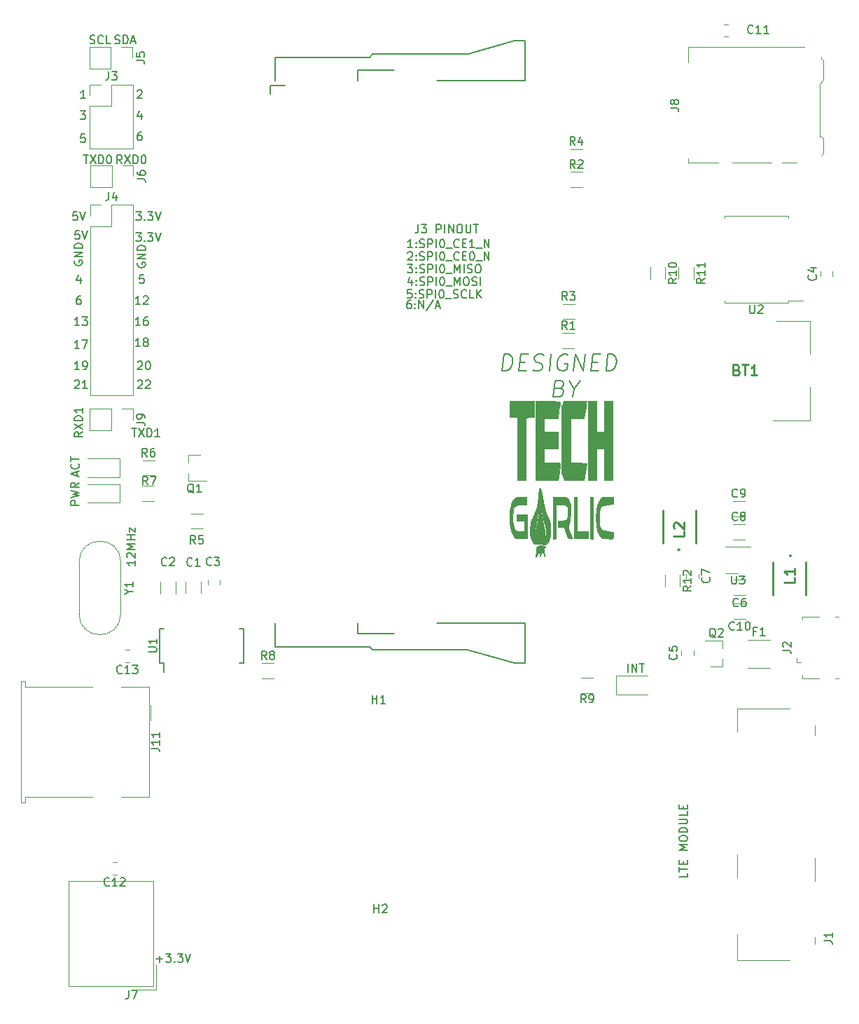
<source format=gbr>
%TF.GenerationSoftware,KiCad,Pcbnew,(5.1.10)-1*%
%TF.CreationDate,2022-07-02T17:03:19+06:00*%
%TF.ProjectId,CM3_IO_Board,434d335f-494f-45f4-926f-6172642e6b69,rev?*%
%TF.SameCoordinates,Original*%
%TF.FileFunction,Legend,Top*%
%TF.FilePolarity,Positive*%
%FSLAX46Y46*%
G04 Gerber Fmt 4.6, Leading zero omitted, Abs format (unit mm)*
G04 Created by KiCad (PCBNEW (5.1.10)-1) date 2022-07-02 17:03:19*
%MOMM*%
%LPD*%
G01*
G04 APERTURE LIST*
%ADD10C,0.150000*%
%ADD11C,0.010000*%
%ADD12C,0.120000*%
%ADD13C,0.100000*%
%ADD14C,0.250000*%
%ADD15C,0.254000*%
G04 APERTURE END LIST*
D10*
X96380788Y-74005761D02*
X96630788Y-72005761D01*
X97106979Y-72005761D01*
X97380788Y-72101000D01*
X97547455Y-72291476D01*
X97618883Y-72481952D01*
X97666502Y-72862904D01*
X97630788Y-73148619D01*
X97487931Y-73529571D01*
X97368883Y-73720047D01*
X97154598Y-73910523D01*
X96856979Y-74005761D01*
X96380788Y-74005761D01*
X98511741Y-72958142D02*
X99178407Y-72958142D01*
X99333169Y-74005761D02*
X98380788Y-74005761D01*
X98630788Y-72005761D01*
X99583169Y-72005761D01*
X100106979Y-73910523D02*
X100380788Y-74005761D01*
X100856979Y-74005761D01*
X101059360Y-73910523D01*
X101166502Y-73815285D01*
X101285550Y-73624809D01*
X101309360Y-73434333D01*
X101237931Y-73243857D01*
X101154598Y-73148619D01*
X100976026Y-73053380D01*
X100606979Y-72958142D01*
X100428407Y-72862904D01*
X100345074Y-72767666D01*
X100273645Y-72577190D01*
X100297455Y-72386714D01*
X100416502Y-72196238D01*
X100523645Y-72101000D01*
X100726026Y-72005761D01*
X101202217Y-72005761D01*
X101476026Y-72101000D01*
X102095074Y-74005761D02*
X102345074Y-72005761D01*
X104333169Y-72101000D02*
X104154598Y-72005761D01*
X103868883Y-72005761D01*
X103571264Y-72101000D01*
X103356979Y-72291476D01*
X103237931Y-72481952D01*
X103095074Y-72862904D01*
X103059360Y-73148619D01*
X103106979Y-73529571D01*
X103178407Y-73720047D01*
X103345074Y-73910523D01*
X103618883Y-74005761D01*
X103809360Y-74005761D01*
X104106979Y-73910523D01*
X104214122Y-73815285D01*
X104297455Y-73148619D01*
X103916502Y-73148619D01*
X105047455Y-74005761D02*
X105297455Y-72005761D01*
X106190312Y-74005761D01*
X106440312Y-72005761D01*
X107273645Y-72958142D02*
X107940312Y-72958142D01*
X108095074Y-74005761D02*
X107142693Y-74005761D01*
X107392693Y-72005761D01*
X108345074Y-72005761D01*
X108952217Y-74005761D02*
X109202217Y-72005761D01*
X109678407Y-72005761D01*
X109952217Y-72101000D01*
X110118883Y-72291476D01*
X110190312Y-72481952D01*
X110237931Y-72862904D01*
X110202217Y-73148619D01*
X110059360Y-73529571D01*
X109940312Y-73720047D01*
X109726026Y-73910523D01*
X109428407Y-74005761D01*
X108952217Y-74005761D01*
X103368883Y-76108142D02*
X103642693Y-76203380D01*
X103726026Y-76298619D01*
X103797455Y-76489095D01*
X103761741Y-76774809D01*
X103642693Y-76965285D01*
X103535550Y-77060523D01*
X103333169Y-77155761D01*
X102571264Y-77155761D01*
X102821264Y-75155761D01*
X103487931Y-75155761D01*
X103666502Y-75251000D01*
X103749836Y-75346238D01*
X103821264Y-75536714D01*
X103797455Y-75727190D01*
X103678407Y-75917666D01*
X103571264Y-76012904D01*
X103368883Y-76108142D01*
X102702217Y-76108142D01*
X105071264Y-76203380D02*
X104952217Y-77155761D01*
X104535550Y-75155761D02*
X105071264Y-76203380D01*
X105868883Y-75155761D01*
X118816380Y-134690952D02*
X118816380Y-135167142D01*
X117816380Y-135167142D01*
X117816380Y-134500476D02*
X117816380Y-133929047D01*
X118816380Y-134214761D02*
X117816380Y-134214761D01*
X118292571Y-133595714D02*
X118292571Y-133262380D01*
X118816380Y-133119523D02*
X118816380Y-133595714D01*
X117816380Y-133595714D01*
X117816380Y-133119523D01*
X118816380Y-131929047D02*
X117816380Y-131929047D01*
X118530666Y-131595714D01*
X117816380Y-131262380D01*
X118816380Y-131262380D01*
X117816380Y-130595714D02*
X117816380Y-130405238D01*
X117864000Y-130310000D01*
X117959238Y-130214761D01*
X118149714Y-130167142D01*
X118483047Y-130167142D01*
X118673523Y-130214761D01*
X118768761Y-130310000D01*
X118816380Y-130405238D01*
X118816380Y-130595714D01*
X118768761Y-130690952D01*
X118673523Y-130786190D01*
X118483047Y-130833809D01*
X118149714Y-130833809D01*
X117959238Y-130786190D01*
X117864000Y-130690952D01*
X117816380Y-130595714D01*
X118816380Y-129738571D02*
X117816380Y-129738571D01*
X117816380Y-129500476D01*
X117864000Y-129357619D01*
X117959238Y-129262380D01*
X118054476Y-129214761D01*
X118244952Y-129167142D01*
X118387809Y-129167142D01*
X118578285Y-129214761D01*
X118673523Y-129262380D01*
X118768761Y-129357619D01*
X118816380Y-129500476D01*
X118816380Y-129738571D01*
X117816380Y-128738571D02*
X118625904Y-128738571D01*
X118721142Y-128690952D01*
X118768761Y-128643333D01*
X118816380Y-128548095D01*
X118816380Y-128357619D01*
X118768761Y-128262380D01*
X118721142Y-128214761D01*
X118625904Y-128167142D01*
X117816380Y-128167142D01*
X118816380Y-127214761D02*
X118816380Y-127690952D01*
X117816380Y-127690952D01*
X118292571Y-126881428D02*
X118292571Y-126548095D01*
X118816380Y-126405238D02*
X118816380Y-126881428D01*
X117816380Y-126881428D01*
X117816380Y-126405238D01*
X52014380Y-96940476D02*
X52014380Y-97511904D01*
X52014380Y-97226190D02*
X51014380Y-97226190D01*
X51157238Y-97321428D01*
X51252476Y-97416666D01*
X51300095Y-97511904D01*
X51109619Y-96559523D02*
X51062000Y-96511904D01*
X51014380Y-96416666D01*
X51014380Y-96178571D01*
X51062000Y-96083333D01*
X51109619Y-96035714D01*
X51204857Y-95988095D01*
X51300095Y-95988095D01*
X51442952Y-96035714D01*
X52014380Y-96607142D01*
X52014380Y-95988095D01*
X52014380Y-95559523D02*
X51014380Y-95559523D01*
X51728666Y-95226190D01*
X51014380Y-94892857D01*
X52014380Y-94892857D01*
X52014380Y-94416666D02*
X51014380Y-94416666D01*
X51490571Y-94416666D02*
X51490571Y-93845238D01*
X52014380Y-93845238D02*
X51014380Y-93845238D01*
X51347714Y-93464285D02*
X51347714Y-92940476D01*
X52014380Y-93464285D01*
X52014380Y-92940476D01*
X86257238Y-56348380D02*
X86257238Y-57062666D01*
X86209619Y-57205523D01*
X86114380Y-57300761D01*
X85971523Y-57348380D01*
X85876285Y-57348380D01*
X86638190Y-56348380D02*
X87257238Y-56348380D01*
X86923904Y-56729333D01*
X87066761Y-56729333D01*
X87162000Y-56776952D01*
X87209619Y-56824571D01*
X87257238Y-56919809D01*
X87257238Y-57157904D01*
X87209619Y-57253142D01*
X87162000Y-57300761D01*
X87066761Y-57348380D01*
X86781047Y-57348380D01*
X86685809Y-57300761D01*
X86638190Y-57253142D01*
X88447714Y-57348380D02*
X88447714Y-56348380D01*
X88828666Y-56348380D01*
X88923904Y-56396000D01*
X88971523Y-56443619D01*
X89019142Y-56538857D01*
X89019142Y-56681714D01*
X88971523Y-56776952D01*
X88923904Y-56824571D01*
X88828666Y-56872190D01*
X88447714Y-56872190D01*
X89447714Y-57348380D02*
X89447714Y-56348380D01*
X89923904Y-57348380D02*
X89923904Y-56348380D01*
X90495333Y-57348380D01*
X90495333Y-56348380D01*
X91162000Y-56348380D02*
X91352476Y-56348380D01*
X91447714Y-56396000D01*
X91542952Y-56491238D01*
X91590571Y-56681714D01*
X91590571Y-57015047D01*
X91542952Y-57205523D01*
X91447714Y-57300761D01*
X91352476Y-57348380D01*
X91162000Y-57348380D01*
X91066761Y-57300761D01*
X90971523Y-57205523D01*
X90923904Y-57015047D01*
X90923904Y-56681714D01*
X90971523Y-56491238D01*
X91066761Y-56396000D01*
X91162000Y-56348380D01*
X92019142Y-56348380D02*
X92019142Y-57157904D01*
X92066761Y-57253142D01*
X92114380Y-57300761D01*
X92209619Y-57348380D01*
X92400095Y-57348380D01*
X92495333Y-57300761D01*
X92542952Y-57253142D01*
X92590571Y-57157904D01*
X92590571Y-56348380D01*
X92923904Y-56348380D02*
X93495333Y-56348380D01*
X93209619Y-57348380D02*
X93209619Y-56348380D01*
X85344190Y-65492380D02*
X85153714Y-65492380D01*
X85058476Y-65540000D01*
X85010857Y-65587619D01*
X84915619Y-65730476D01*
X84868000Y-65920952D01*
X84868000Y-66301904D01*
X84915619Y-66397142D01*
X84963238Y-66444761D01*
X85058476Y-66492380D01*
X85248952Y-66492380D01*
X85344190Y-66444761D01*
X85391809Y-66397142D01*
X85439428Y-66301904D01*
X85439428Y-66063809D01*
X85391809Y-65968571D01*
X85344190Y-65920952D01*
X85248952Y-65873333D01*
X85058476Y-65873333D01*
X84963238Y-65920952D01*
X84915619Y-65968571D01*
X84868000Y-66063809D01*
X85868000Y-66397142D02*
X85915619Y-66444761D01*
X85868000Y-66492380D01*
X85820380Y-66444761D01*
X85868000Y-66397142D01*
X85868000Y-66492380D01*
X85868000Y-65873333D02*
X85915619Y-65920952D01*
X85868000Y-65968571D01*
X85820380Y-65920952D01*
X85868000Y-65873333D01*
X85868000Y-65968571D01*
X86344190Y-66492380D02*
X86344190Y-65492380D01*
X86915619Y-66492380D01*
X86915619Y-65492380D01*
X88106095Y-65444761D02*
X87248952Y-66730476D01*
X88391809Y-66206666D02*
X88868000Y-66206666D01*
X88296571Y-66492380D02*
X88629904Y-65492380D01*
X88963238Y-66492380D01*
X85455619Y-64222380D02*
X84979428Y-64222380D01*
X84931809Y-64698571D01*
X84979428Y-64650952D01*
X85074666Y-64603333D01*
X85312761Y-64603333D01*
X85408000Y-64650952D01*
X85455619Y-64698571D01*
X85503238Y-64793809D01*
X85503238Y-65031904D01*
X85455619Y-65127142D01*
X85408000Y-65174761D01*
X85312761Y-65222380D01*
X85074666Y-65222380D01*
X84979428Y-65174761D01*
X84931809Y-65127142D01*
X85931809Y-65127142D02*
X85979428Y-65174761D01*
X85931809Y-65222380D01*
X85884190Y-65174761D01*
X85931809Y-65127142D01*
X85931809Y-65222380D01*
X85931809Y-64603333D02*
X85979428Y-64650952D01*
X85931809Y-64698571D01*
X85884190Y-64650952D01*
X85931809Y-64603333D01*
X85931809Y-64698571D01*
X86360380Y-65174761D02*
X86503238Y-65222380D01*
X86741333Y-65222380D01*
X86836571Y-65174761D01*
X86884190Y-65127142D01*
X86931809Y-65031904D01*
X86931809Y-64936666D01*
X86884190Y-64841428D01*
X86836571Y-64793809D01*
X86741333Y-64746190D01*
X86550857Y-64698571D01*
X86455619Y-64650952D01*
X86408000Y-64603333D01*
X86360380Y-64508095D01*
X86360380Y-64412857D01*
X86408000Y-64317619D01*
X86455619Y-64270000D01*
X86550857Y-64222380D01*
X86788952Y-64222380D01*
X86931809Y-64270000D01*
X87360380Y-65222380D02*
X87360380Y-64222380D01*
X87741333Y-64222380D01*
X87836571Y-64270000D01*
X87884190Y-64317619D01*
X87931809Y-64412857D01*
X87931809Y-64555714D01*
X87884190Y-64650952D01*
X87836571Y-64698571D01*
X87741333Y-64746190D01*
X87360380Y-64746190D01*
X88360380Y-65222380D02*
X88360380Y-64222380D01*
X89027047Y-64222380D02*
X89122285Y-64222380D01*
X89217523Y-64270000D01*
X89265142Y-64317619D01*
X89312761Y-64412857D01*
X89360380Y-64603333D01*
X89360380Y-64841428D01*
X89312761Y-65031904D01*
X89265142Y-65127142D01*
X89217523Y-65174761D01*
X89122285Y-65222380D01*
X89027047Y-65222380D01*
X88931809Y-65174761D01*
X88884190Y-65127142D01*
X88836571Y-65031904D01*
X88788952Y-64841428D01*
X88788952Y-64603333D01*
X88836571Y-64412857D01*
X88884190Y-64317619D01*
X88931809Y-64270000D01*
X89027047Y-64222380D01*
X89550857Y-65317619D02*
X90312761Y-65317619D01*
X90503238Y-65174761D02*
X90646095Y-65222380D01*
X90884190Y-65222380D01*
X90979428Y-65174761D01*
X91027047Y-65127142D01*
X91074666Y-65031904D01*
X91074666Y-64936666D01*
X91027047Y-64841428D01*
X90979428Y-64793809D01*
X90884190Y-64746190D01*
X90693714Y-64698571D01*
X90598476Y-64650952D01*
X90550857Y-64603333D01*
X90503238Y-64508095D01*
X90503238Y-64412857D01*
X90550857Y-64317619D01*
X90598476Y-64270000D01*
X90693714Y-64222380D01*
X90931809Y-64222380D01*
X91074666Y-64270000D01*
X92074666Y-65127142D02*
X92027047Y-65174761D01*
X91884190Y-65222380D01*
X91788952Y-65222380D01*
X91646095Y-65174761D01*
X91550857Y-65079523D01*
X91503238Y-64984285D01*
X91455619Y-64793809D01*
X91455619Y-64650952D01*
X91503238Y-64460476D01*
X91550857Y-64365238D01*
X91646095Y-64270000D01*
X91788952Y-64222380D01*
X91884190Y-64222380D01*
X92027047Y-64270000D01*
X92074666Y-64317619D01*
X92979428Y-65222380D02*
X92503238Y-65222380D01*
X92503238Y-64222380D01*
X93312761Y-65222380D02*
X93312761Y-64222380D01*
X93884190Y-65222380D02*
X93455619Y-64650952D01*
X93884190Y-64222380D02*
X93312761Y-64793809D01*
X85479428Y-63031714D02*
X85479428Y-63698380D01*
X85241333Y-62650761D02*
X85003238Y-63365047D01*
X85622285Y-63365047D01*
X86003238Y-63603142D02*
X86050857Y-63650761D01*
X86003238Y-63698380D01*
X85955619Y-63650761D01*
X86003238Y-63603142D01*
X86003238Y-63698380D01*
X86003238Y-63079333D02*
X86050857Y-63126952D01*
X86003238Y-63174571D01*
X85955619Y-63126952D01*
X86003238Y-63079333D01*
X86003238Y-63174571D01*
X86431809Y-63650761D02*
X86574666Y-63698380D01*
X86812761Y-63698380D01*
X86908000Y-63650761D01*
X86955619Y-63603142D01*
X87003238Y-63507904D01*
X87003238Y-63412666D01*
X86955619Y-63317428D01*
X86908000Y-63269809D01*
X86812761Y-63222190D01*
X86622285Y-63174571D01*
X86527047Y-63126952D01*
X86479428Y-63079333D01*
X86431809Y-62984095D01*
X86431809Y-62888857D01*
X86479428Y-62793619D01*
X86527047Y-62746000D01*
X86622285Y-62698380D01*
X86860380Y-62698380D01*
X87003238Y-62746000D01*
X87431809Y-63698380D02*
X87431809Y-62698380D01*
X87812761Y-62698380D01*
X87908000Y-62746000D01*
X87955619Y-62793619D01*
X88003238Y-62888857D01*
X88003238Y-63031714D01*
X87955619Y-63126952D01*
X87908000Y-63174571D01*
X87812761Y-63222190D01*
X87431809Y-63222190D01*
X88431809Y-63698380D02*
X88431809Y-62698380D01*
X89098476Y-62698380D02*
X89193714Y-62698380D01*
X89288952Y-62746000D01*
X89336571Y-62793619D01*
X89384190Y-62888857D01*
X89431809Y-63079333D01*
X89431809Y-63317428D01*
X89384190Y-63507904D01*
X89336571Y-63603142D01*
X89288952Y-63650761D01*
X89193714Y-63698380D01*
X89098476Y-63698380D01*
X89003238Y-63650761D01*
X88955619Y-63603142D01*
X88908000Y-63507904D01*
X88860380Y-63317428D01*
X88860380Y-63079333D01*
X88908000Y-62888857D01*
X88955619Y-62793619D01*
X89003238Y-62746000D01*
X89098476Y-62698380D01*
X89622285Y-63793619D02*
X90384190Y-63793619D01*
X90622285Y-63698380D02*
X90622285Y-62698380D01*
X90955619Y-63412666D01*
X91288952Y-62698380D01*
X91288952Y-63698380D01*
X91955619Y-62698380D02*
X92146095Y-62698380D01*
X92241333Y-62746000D01*
X92336571Y-62841238D01*
X92384190Y-63031714D01*
X92384190Y-63365047D01*
X92336571Y-63555523D01*
X92241333Y-63650761D01*
X92146095Y-63698380D01*
X91955619Y-63698380D01*
X91860380Y-63650761D01*
X91765142Y-63555523D01*
X91717523Y-63365047D01*
X91717523Y-63031714D01*
X91765142Y-62841238D01*
X91860380Y-62746000D01*
X91955619Y-62698380D01*
X92765142Y-63650761D02*
X92908000Y-63698380D01*
X93146095Y-63698380D01*
X93241333Y-63650761D01*
X93288952Y-63603142D01*
X93336571Y-63507904D01*
X93336571Y-63412666D01*
X93288952Y-63317428D01*
X93241333Y-63269809D01*
X93146095Y-63222190D01*
X92955619Y-63174571D01*
X92860380Y-63126952D01*
X92812761Y-63079333D01*
X92765142Y-62984095D01*
X92765142Y-62888857D01*
X92812761Y-62793619D01*
X92860380Y-62746000D01*
X92955619Y-62698380D01*
X93193714Y-62698380D01*
X93336571Y-62746000D01*
X93765142Y-63698380D02*
X93765142Y-62698380D01*
X84955619Y-61174380D02*
X85574666Y-61174380D01*
X85241333Y-61555333D01*
X85384190Y-61555333D01*
X85479428Y-61602952D01*
X85527047Y-61650571D01*
X85574666Y-61745809D01*
X85574666Y-61983904D01*
X85527047Y-62079142D01*
X85479428Y-62126761D01*
X85384190Y-62174380D01*
X85098476Y-62174380D01*
X85003238Y-62126761D01*
X84955619Y-62079142D01*
X86003238Y-62079142D02*
X86050857Y-62126761D01*
X86003238Y-62174380D01*
X85955619Y-62126761D01*
X86003238Y-62079142D01*
X86003238Y-62174380D01*
X86003238Y-61555333D02*
X86050857Y-61602952D01*
X86003238Y-61650571D01*
X85955619Y-61602952D01*
X86003238Y-61555333D01*
X86003238Y-61650571D01*
X86431809Y-62126761D02*
X86574666Y-62174380D01*
X86812761Y-62174380D01*
X86908000Y-62126761D01*
X86955619Y-62079142D01*
X87003238Y-61983904D01*
X87003238Y-61888666D01*
X86955619Y-61793428D01*
X86908000Y-61745809D01*
X86812761Y-61698190D01*
X86622285Y-61650571D01*
X86527047Y-61602952D01*
X86479428Y-61555333D01*
X86431809Y-61460095D01*
X86431809Y-61364857D01*
X86479428Y-61269619D01*
X86527047Y-61222000D01*
X86622285Y-61174380D01*
X86860380Y-61174380D01*
X87003238Y-61222000D01*
X87431809Y-62174380D02*
X87431809Y-61174380D01*
X87812761Y-61174380D01*
X87908000Y-61222000D01*
X87955619Y-61269619D01*
X88003238Y-61364857D01*
X88003238Y-61507714D01*
X87955619Y-61602952D01*
X87908000Y-61650571D01*
X87812761Y-61698190D01*
X87431809Y-61698190D01*
X88431809Y-62174380D02*
X88431809Y-61174380D01*
X89098476Y-61174380D02*
X89193714Y-61174380D01*
X89288952Y-61222000D01*
X89336571Y-61269619D01*
X89384190Y-61364857D01*
X89431809Y-61555333D01*
X89431809Y-61793428D01*
X89384190Y-61983904D01*
X89336571Y-62079142D01*
X89288952Y-62126761D01*
X89193714Y-62174380D01*
X89098476Y-62174380D01*
X89003238Y-62126761D01*
X88955619Y-62079142D01*
X88908000Y-61983904D01*
X88860380Y-61793428D01*
X88860380Y-61555333D01*
X88908000Y-61364857D01*
X88955619Y-61269619D01*
X89003238Y-61222000D01*
X89098476Y-61174380D01*
X89622285Y-62269619D02*
X90384190Y-62269619D01*
X90622285Y-62174380D02*
X90622285Y-61174380D01*
X90955619Y-61888666D01*
X91288952Y-61174380D01*
X91288952Y-62174380D01*
X91765142Y-62174380D02*
X91765142Y-61174380D01*
X92193714Y-62126761D02*
X92336571Y-62174380D01*
X92574666Y-62174380D01*
X92669904Y-62126761D01*
X92717523Y-62079142D01*
X92765142Y-61983904D01*
X92765142Y-61888666D01*
X92717523Y-61793428D01*
X92669904Y-61745809D01*
X92574666Y-61698190D01*
X92384190Y-61650571D01*
X92288952Y-61602952D01*
X92241333Y-61555333D01*
X92193714Y-61460095D01*
X92193714Y-61364857D01*
X92241333Y-61269619D01*
X92288952Y-61222000D01*
X92384190Y-61174380D01*
X92622285Y-61174380D01*
X92765142Y-61222000D01*
X93384190Y-61174380D02*
X93574666Y-61174380D01*
X93669904Y-61222000D01*
X93765142Y-61317238D01*
X93812761Y-61507714D01*
X93812761Y-61841047D01*
X93765142Y-62031523D01*
X93669904Y-62126761D01*
X93574666Y-62174380D01*
X93384190Y-62174380D01*
X93288952Y-62126761D01*
X93193714Y-62031523D01*
X93146095Y-61841047D01*
X93146095Y-61507714D01*
X93193714Y-61317238D01*
X93288952Y-61222000D01*
X93384190Y-61174380D01*
X84987428Y-59745619D02*
X85035047Y-59698000D01*
X85130285Y-59650380D01*
X85368380Y-59650380D01*
X85463619Y-59698000D01*
X85511238Y-59745619D01*
X85558857Y-59840857D01*
X85558857Y-59936095D01*
X85511238Y-60078952D01*
X84939809Y-60650380D01*
X85558857Y-60650380D01*
X85987428Y-60555142D02*
X86035047Y-60602761D01*
X85987428Y-60650380D01*
X85939809Y-60602761D01*
X85987428Y-60555142D01*
X85987428Y-60650380D01*
X85987428Y-60031333D02*
X86035047Y-60078952D01*
X85987428Y-60126571D01*
X85939809Y-60078952D01*
X85987428Y-60031333D01*
X85987428Y-60126571D01*
X86416000Y-60602761D02*
X86558857Y-60650380D01*
X86796952Y-60650380D01*
X86892190Y-60602761D01*
X86939809Y-60555142D01*
X86987428Y-60459904D01*
X86987428Y-60364666D01*
X86939809Y-60269428D01*
X86892190Y-60221809D01*
X86796952Y-60174190D01*
X86606476Y-60126571D01*
X86511238Y-60078952D01*
X86463619Y-60031333D01*
X86416000Y-59936095D01*
X86416000Y-59840857D01*
X86463619Y-59745619D01*
X86511238Y-59698000D01*
X86606476Y-59650380D01*
X86844571Y-59650380D01*
X86987428Y-59698000D01*
X87416000Y-60650380D02*
X87416000Y-59650380D01*
X87796952Y-59650380D01*
X87892190Y-59698000D01*
X87939809Y-59745619D01*
X87987428Y-59840857D01*
X87987428Y-59983714D01*
X87939809Y-60078952D01*
X87892190Y-60126571D01*
X87796952Y-60174190D01*
X87416000Y-60174190D01*
X88416000Y-60650380D02*
X88416000Y-59650380D01*
X89082666Y-59650380D02*
X89177904Y-59650380D01*
X89273142Y-59698000D01*
X89320761Y-59745619D01*
X89368380Y-59840857D01*
X89416000Y-60031333D01*
X89416000Y-60269428D01*
X89368380Y-60459904D01*
X89320761Y-60555142D01*
X89273142Y-60602761D01*
X89177904Y-60650380D01*
X89082666Y-60650380D01*
X88987428Y-60602761D01*
X88939809Y-60555142D01*
X88892190Y-60459904D01*
X88844571Y-60269428D01*
X88844571Y-60031333D01*
X88892190Y-59840857D01*
X88939809Y-59745619D01*
X88987428Y-59698000D01*
X89082666Y-59650380D01*
X89606476Y-60745619D02*
X90368380Y-60745619D01*
X91177904Y-60555142D02*
X91130285Y-60602761D01*
X90987428Y-60650380D01*
X90892190Y-60650380D01*
X90749333Y-60602761D01*
X90654095Y-60507523D01*
X90606476Y-60412285D01*
X90558857Y-60221809D01*
X90558857Y-60078952D01*
X90606476Y-59888476D01*
X90654095Y-59793238D01*
X90749333Y-59698000D01*
X90892190Y-59650380D01*
X90987428Y-59650380D01*
X91130285Y-59698000D01*
X91177904Y-59745619D01*
X91606476Y-60126571D02*
X91939809Y-60126571D01*
X92082666Y-60650380D02*
X91606476Y-60650380D01*
X91606476Y-59650380D01*
X92082666Y-59650380D01*
X92701714Y-59650380D02*
X92796952Y-59650380D01*
X92892190Y-59698000D01*
X92939809Y-59745619D01*
X92987428Y-59840857D01*
X93035047Y-60031333D01*
X93035047Y-60269428D01*
X92987428Y-60459904D01*
X92939809Y-60555142D01*
X92892190Y-60602761D01*
X92796952Y-60650380D01*
X92701714Y-60650380D01*
X92606476Y-60602761D01*
X92558857Y-60555142D01*
X92511238Y-60459904D01*
X92463619Y-60269428D01*
X92463619Y-60031333D01*
X92511238Y-59840857D01*
X92558857Y-59745619D01*
X92606476Y-59698000D01*
X92701714Y-59650380D01*
X93225523Y-60745619D02*
X93987428Y-60745619D01*
X94225523Y-60650380D02*
X94225523Y-59650380D01*
X94796952Y-60650380D01*
X94796952Y-59650380D01*
X85558857Y-59126380D02*
X84987428Y-59126380D01*
X85273142Y-59126380D02*
X85273142Y-58126380D01*
X85177904Y-58269238D01*
X85082666Y-58364476D01*
X84987428Y-58412095D01*
X85987428Y-59031142D02*
X86035047Y-59078761D01*
X85987428Y-59126380D01*
X85939809Y-59078761D01*
X85987428Y-59031142D01*
X85987428Y-59126380D01*
X85987428Y-58507333D02*
X86035047Y-58554952D01*
X85987428Y-58602571D01*
X85939809Y-58554952D01*
X85987428Y-58507333D01*
X85987428Y-58602571D01*
X86416000Y-59078761D02*
X86558857Y-59126380D01*
X86796952Y-59126380D01*
X86892190Y-59078761D01*
X86939809Y-59031142D01*
X86987428Y-58935904D01*
X86987428Y-58840666D01*
X86939809Y-58745428D01*
X86892190Y-58697809D01*
X86796952Y-58650190D01*
X86606476Y-58602571D01*
X86511238Y-58554952D01*
X86463619Y-58507333D01*
X86416000Y-58412095D01*
X86416000Y-58316857D01*
X86463619Y-58221619D01*
X86511238Y-58174000D01*
X86606476Y-58126380D01*
X86844571Y-58126380D01*
X86987428Y-58174000D01*
X87416000Y-59126380D02*
X87416000Y-58126380D01*
X87796952Y-58126380D01*
X87892190Y-58174000D01*
X87939809Y-58221619D01*
X87987428Y-58316857D01*
X87987428Y-58459714D01*
X87939809Y-58554952D01*
X87892190Y-58602571D01*
X87796952Y-58650190D01*
X87416000Y-58650190D01*
X88416000Y-59126380D02*
X88416000Y-58126380D01*
X89082666Y-58126380D02*
X89177904Y-58126380D01*
X89273142Y-58174000D01*
X89320761Y-58221619D01*
X89368380Y-58316857D01*
X89416000Y-58507333D01*
X89416000Y-58745428D01*
X89368380Y-58935904D01*
X89320761Y-59031142D01*
X89273142Y-59078761D01*
X89177904Y-59126380D01*
X89082666Y-59126380D01*
X88987428Y-59078761D01*
X88939809Y-59031142D01*
X88892190Y-58935904D01*
X88844571Y-58745428D01*
X88844571Y-58507333D01*
X88892190Y-58316857D01*
X88939809Y-58221619D01*
X88987428Y-58174000D01*
X89082666Y-58126380D01*
X89606476Y-59221619D02*
X90368380Y-59221619D01*
X91177904Y-59031142D02*
X91130285Y-59078761D01*
X90987428Y-59126380D01*
X90892190Y-59126380D01*
X90749333Y-59078761D01*
X90654095Y-58983523D01*
X90606476Y-58888285D01*
X90558857Y-58697809D01*
X90558857Y-58554952D01*
X90606476Y-58364476D01*
X90654095Y-58269238D01*
X90749333Y-58174000D01*
X90892190Y-58126380D01*
X90987428Y-58126380D01*
X91130285Y-58174000D01*
X91177904Y-58221619D01*
X91606476Y-58602571D02*
X91939809Y-58602571D01*
X92082666Y-59126380D02*
X91606476Y-59126380D01*
X91606476Y-58126380D01*
X92082666Y-58126380D01*
X93035047Y-59126380D02*
X92463619Y-59126380D01*
X92749333Y-59126380D02*
X92749333Y-58126380D01*
X92654095Y-58269238D01*
X92558857Y-58364476D01*
X92463619Y-58412095D01*
X93225523Y-59221619D02*
X93987428Y-59221619D01*
X94225523Y-59126380D02*
X94225523Y-58126380D01*
X94796952Y-59126380D01*
X94796952Y-58126380D01*
X52768476Y-45172380D02*
X52578000Y-45172380D01*
X52482761Y-45220000D01*
X52435142Y-45267619D01*
X52339904Y-45410476D01*
X52292285Y-45600952D01*
X52292285Y-45981904D01*
X52339904Y-46077142D01*
X52387523Y-46124761D01*
X52482761Y-46172380D01*
X52673238Y-46172380D01*
X52768476Y-46124761D01*
X52816095Y-46077142D01*
X52863714Y-45981904D01*
X52863714Y-45743809D01*
X52816095Y-45648571D01*
X52768476Y-45600952D01*
X52673238Y-45553333D01*
X52482761Y-45553333D01*
X52387523Y-45600952D01*
X52339904Y-45648571D01*
X52292285Y-45743809D01*
X45958095Y-45426380D02*
X45481904Y-45426380D01*
X45434285Y-45902571D01*
X45481904Y-45854952D01*
X45577142Y-45807333D01*
X45815238Y-45807333D01*
X45910476Y-45854952D01*
X45958095Y-45902571D01*
X46005714Y-45997809D01*
X46005714Y-46235904D01*
X45958095Y-46331142D01*
X45910476Y-46378761D01*
X45815238Y-46426380D01*
X45577142Y-46426380D01*
X45481904Y-46378761D01*
X45434285Y-46331142D01*
X52768476Y-42965714D02*
X52768476Y-43632380D01*
X52530380Y-42584761D02*
X52292285Y-43299047D01*
X52911333Y-43299047D01*
X45386666Y-42632380D02*
X46005714Y-42632380D01*
X45672380Y-43013333D01*
X45815238Y-43013333D01*
X45910476Y-43060952D01*
X45958095Y-43108571D01*
X46005714Y-43203809D01*
X46005714Y-43441904D01*
X45958095Y-43537142D01*
X45910476Y-43584761D01*
X45815238Y-43632380D01*
X45529523Y-43632380D01*
X45434285Y-43584761D01*
X45386666Y-43537142D01*
X52292285Y-40187619D02*
X52339904Y-40140000D01*
X52435142Y-40092380D01*
X52673238Y-40092380D01*
X52768476Y-40140000D01*
X52816095Y-40187619D01*
X52863714Y-40282857D01*
X52863714Y-40378095D01*
X52816095Y-40520952D01*
X52244666Y-41092380D01*
X52863714Y-41092380D01*
X46005714Y-41092380D02*
X45434285Y-41092380D01*
X45720000Y-41092380D02*
X45720000Y-40092380D01*
X45624761Y-40235238D01*
X45529523Y-40330476D01*
X45434285Y-40378095D01*
X45664380Y-81406857D02*
X45188190Y-81740190D01*
X45664380Y-81978285D02*
X44664380Y-81978285D01*
X44664380Y-81597333D01*
X44712000Y-81502095D01*
X44759619Y-81454476D01*
X44854857Y-81406857D01*
X44997714Y-81406857D01*
X45092952Y-81454476D01*
X45140571Y-81502095D01*
X45188190Y-81597333D01*
X45188190Y-81978285D01*
X44664380Y-81073523D02*
X45664380Y-80406857D01*
X44664380Y-80406857D02*
X45664380Y-81073523D01*
X45664380Y-80025904D02*
X44664380Y-80025904D01*
X44664380Y-79787809D01*
X44712000Y-79644952D01*
X44807238Y-79549714D01*
X44902476Y-79502095D01*
X45092952Y-79454476D01*
X45235809Y-79454476D01*
X45426285Y-79502095D01*
X45521523Y-79549714D01*
X45616761Y-79644952D01*
X45664380Y-79787809D01*
X45664380Y-80025904D01*
X45664380Y-78502095D02*
X45664380Y-79073523D01*
X45664380Y-78787809D02*
X44664380Y-78787809D01*
X44807238Y-78883047D01*
X44902476Y-78978285D01*
X44950095Y-79073523D01*
X51601904Y-80986380D02*
X52173333Y-80986380D01*
X51887619Y-81986380D02*
X51887619Y-80986380D01*
X52411428Y-80986380D02*
X53078095Y-81986380D01*
X53078095Y-80986380D02*
X52411428Y-81986380D01*
X53459047Y-81986380D02*
X53459047Y-80986380D01*
X53697142Y-80986380D01*
X53840000Y-81034000D01*
X53935238Y-81129238D01*
X53982857Y-81224476D01*
X54030476Y-81414952D01*
X54030476Y-81557809D01*
X53982857Y-81748285D01*
X53935238Y-81843523D01*
X53840000Y-81938761D01*
X53697142Y-81986380D01*
X53459047Y-81986380D01*
X54982857Y-81986380D02*
X54411428Y-81986380D01*
X54697142Y-81986380D02*
X54697142Y-80986380D01*
X54601904Y-81129238D01*
X54506666Y-81224476D01*
X54411428Y-81272095D01*
X46561523Y-34440761D02*
X46704380Y-34488380D01*
X46942476Y-34488380D01*
X47037714Y-34440761D01*
X47085333Y-34393142D01*
X47132952Y-34297904D01*
X47132952Y-34202666D01*
X47085333Y-34107428D01*
X47037714Y-34059809D01*
X46942476Y-34012190D01*
X46752000Y-33964571D01*
X46656761Y-33916952D01*
X46609142Y-33869333D01*
X46561523Y-33774095D01*
X46561523Y-33678857D01*
X46609142Y-33583619D01*
X46656761Y-33536000D01*
X46752000Y-33488380D01*
X46990095Y-33488380D01*
X47132952Y-33536000D01*
X48132952Y-34393142D02*
X48085333Y-34440761D01*
X47942476Y-34488380D01*
X47847238Y-34488380D01*
X47704380Y-34440761D01*
X47609142Y-34345523D01*
X47561523Y-34250285D01*
X47513904Y-34059809D01*
X47513904Y-33916952D01*
X47561523Y-33726476D01*
X47609142Y-33631238D01*
X47704380Y-33536000D01*
X47847238Y-33488380D01*
X47942476Y-33488380D01*
X48085333Y-33536000D01*
X48132952Y-33583619D01*
X49037714Y-34488380D02*
X48561523Y-34488380D01*
X48561523Y-33488380D01*
X49585714Y-34440761D02*
X49728571Y-34488380D01*
X49966666Y-34488380D01*
X50061904Y-34440761D01*
X50109523Y-34393142D01*
X50157142Y-34297904D01*
X50157142Y-34202666D01*
X50109523Y-34107428D01*
X50061904Y-34059809D01*
X49966666Y-34012190D01*
X49776190Y-33964571D01*
X49680952Y-33916952D01*
X49633333Y-33869333D01*
X49585714Y-33774095D01*
X49585714Y-33678857D01*
X49633333Y-33583619D01*
X49680952Y-33536000D01*
X49776190Y-33488380D01*
X50014285Y-33488380D01*
X50157142Y-33536000D01*
X50585714Y-34488380D02*
X50585714Y-33488380D01*
X50823809Y-33488380D01*
X50966666Y-33536000D01*
X51061904Y-33631238D01*
X51109523Y-33726476D01*
X51157142Y-33916952D01*
X51157142Y-34059809D01*
X51109523Y-34250285D01*
X51061904Y-34345523D01*
X50966666Y-34440761D01*
X50823809Y-34488380D01*
X50585714Y-34488380D01*
X51538095Y-34202666D02*
X52014285Y-34202666D01*
X51442857Y-34488380D02*
X51776190Y-33488380D01*
X52109523Y-34488380D01*
X45759904Y-47966380D02*
X46331333Y-47966380D01*
X46045619Y-48966380D02*
X46045619Y-47966380D01*
X46569428Y-47966380D02*
X47236095Y-48966380D01*
X47236095Y-47966380D02*
X46569428Y-48966380D01*
X47617047Y-48966380D02*
X47617047Y-47966380D01*
X47855142Y-47966380D01*
X47998000Y-48014000D01*
X48093238Y-48109238D01*
X48140857Y-48204476D01*
X48188476Y-48394952D01*
X48188476Y-48537809D01*
X48140857Y-48728285D01*
X48093238Y-48823523D01*
X47998000Y-48918761D01*
X47855142Y-48966380D01*
X47617047Y-48966380D01*
X48807523Y-47966380D02*
X48902761Y-47966380D01*
X48998000Y-48014000D01*
X49045619Y-48061619D01*
X49093238Y-48156857D01*
X49140857Y-48347333D01*
X49140857Y-48585428D01*
X49093238Y-48775904D01*
X49045619Y-48871142D01*
X48998000Y-48918761D01*
X48902761Y-48966380D01*
X48807523Y-48966380D01*
X48712285Y-48918761D01*
X48664666Y-48871142D01*
X48617047Y-48775904D01*
X48569428Y-48585428D01*
X48569428Y-48347333D01*
X48617047Y-48156857D01*
X48664666Y-48061619D01*
X48712285Y-48014000D01*
X48807523Y-47966380D01*
X50419142Y-48966380D02*
X50085809Y-48490190D01*
X49847714Y-48966380D02*
X49847714Y-47966380D01*
X50228666Y-47966380D01*
X50323904Y-48014000D01*
X50371523Y-48061619D01*
X50419142Y-48156857D01*
X50419142Y-48299714D01*
X50371523Y-48394952D01*
X50323904Y-48442571D01*
X50228666Y-48490190D01*
X49847714Y-48490190D01*
X50752476Y-47966380D02*
X51419142Y-48966380D01*
X51419142Y-47966380D02*
X50752476Y-48966380D01*
X51800095Y-48966380D02*
X51800095Y-47966380D01*
X52038190Y-47966380D01*
X52181047Y-48014000D01*
X52276285Y-48109238D01*
X52323904Y-48204476D01*
X52371523Y-48394952D01*
X52371523Y-48537809D01*
X52323904Y-48728285D01*
X52276285Y-48823523D01*
X52181047Y-48918761D01*
X52038190Y-48966380D01*
X51800095Y-48966380D01*
X52990571Y-47966380D02*
X53085809Y-47966380D01*
X53181047Y-48014000D01*
X53228666Y-48061619D01*
X53276285Y-48156857D01*
X53323904Y-48347333D01*
X53323904Y-48585428D01*
X53276285Y-48775904D01*
X53228666Y-48871142D01*
X53181047Y-48918761D01*
X53085809Y-48966380D01*
X52990571Y-48966380D01*
X52895333Y-48918761D01*
X52847714Y-48871142D01*
X52800095Y-48775904D01*
X52752476Y-48585428D01*
X52752476Y-48347333D01*
X52800095Y-48156857D01*
X52847714Y-48061619D01*
X52895333Y-48014000D01*
X52990571Y-47966380D01*
X52324095Y-75239619D02*
X52371714Y-75192000D01*
X52466952Y-75144380D01*
X52705047Y-75144380D01*
X52800285Y-75192000D01*
X52847904Y-75239619D01*
X52895523Y-75334857D01*
X52895523Y-75430095D01*
X52847904Y-75572952D01*
X52276476Y-76144380D01*
X52895523Y-76144380D01*
X53276476Y-75239619D02*
X53324095Y-75192000D01*
X53419333Y-75144380D01*
X53657428Y-75144380D01*
X53752666Y-75192000D01*
X53800285Y-75239619D01*
X53847904Y-75334857D01*
X53847904Y-75430095D01*
X53800285Y-75572952D01*
X53228857Y-76144380D01*
X53847904Y-76144380D01*
X44704095Y-75239619D02*
X44751714Y-75192000D01*
X44846952Y-75144380D01*
X45085047Y-75144380D01*
X45180285Y-75192000D01*
X45227904Y-75239619D01*
X45275523Y-75334857D01*
X45275523Y-75430095D01*
X45227904Y-75572952D01*
X44656476Y-76144380D01*
X45275523Y-76144380D01*
X46227904Y-76144380D02*
X45656476Y-76144380D01*
X45942190Y-76144380D02*
X45942190Y-75144380D01*
X45846952Y-75287238D01*
X45751714Y-75382476D01*
X45656476Y-75430095D01*
X52324095Y-72953619D02*
X52371714Y-72906000D01*
X52466952Y-72858380D01*
X52705047Y-72858380D01*
X52800285Y-72906000D01*
X52847904Y-72953619D01*
X52895523Y-73048857D01*
X52895523Y-73144095D01*
X52847904Y-73286952D01*
X52276476Y-73858380D01*
X52895523Y-73858380D01*
X53514571Y-72858380D02*
X53609809Y-72858380D01*
X53705047Y-72906000D01*
X53752666Y-72953619D01*
X53800285Y-73048857D01*
X53847904Y-73239333D01*
X53847904Y-73477428D01*
X53800285Y-73667904D01*
X53752666Y-73763142D01*
X53705047Y-73810761D01*
X53609809Y-73858380D01*
X53514571Y-73858380D01*
X53419333Y-73810761D01*
X53371714Y-73763142D01*
X53324095Y-73667904D01*
X53276476Y-73477428D01*
X53276476Y-73239333D01*
X53324095Y-73048857D01*
X53371714Y-72953619D01*
X53419333Y-72906000D01*
X53514571Y-72858380D01*
X45275523Y-73858380D02*
X44704095Y-73858380D01*
X44989809Y-73858380D02*
X44989809Y-72858380D01*
X44894571Y-73001238D01*
X44799333Y-73096476D01*
X44704095Y-73144095D01*
X45751714Y-73858380D02*
X45942190Y-73858380D01*
X46037428Y-73810761D01*
X46085047Y-73763142D01*
X46180285Y-73620285D01*
X46227904Y-73429809D01*
X46227904Y-73048857D01*
X46180285Y-72953619D01*
X46132666Y-72906000D01*
X46037428Y-72858380D01*
X45846952Y-72858380D01*
X45751714Y-72906000D01*
X45704095Y-72953619D01*
X45656476Y-73048857D01*
X45656476Y-73286952D01*
X45704095Y-73382190D01*
X45751714Y-73429809D01*
X45846952Y-73477428D01*
X46037428Y-73477428D01*
X46132666Y-73429809D01*
X46180285Y-73382190D01*
X46227904Y-73286952D01*
X52641523Y-71064380D02*
X52070095Y-71064380D01*
X52355809Y-71064380D02*
X52355809Y-70064380D01*
X52260571Y-70207238D01*
X52165333Y-70302476D01*
X52070095Y-70350095D01*
X53212952Y-70492952D02*
X53117714Y-70445333D01*
X53070095Y-70397714D01*
X53022476Y-70302476D01*
X53022476Y-70254857D01*
X53070095Y-70159619D01*
X53117714Y-70112000D01*
X53212952Y-70064380D01*
X53403428Y-70064380D01*
X53498666Y-70112000D01*
X53546285Y-70159619D01*
X53593904Y-70254857D01*
X53593904Y-70302476D01*
X53546285Y-70397714D01*
X53498666Y-70445333D01*
X53403428Y-70492952D01*
X53212952Y-70492952D01*
X53117714Y-70540571D01*
X53070095Y-70588190D01*
X53022476Y-70683428D01*
X53022476Y-70873904D01*
X53070095Y-70969142D01*
X53117714Y-71016761D01*
X53212952Y-71064380D01*
X53403428Y-71064380D01*
X53498666Y-71016761D01*
X53546285Y-70969142D01*
X53593904Y-70873904D01*
X53593904Y-70683428D01*
X53546285Y-70588190D01*
X53498666Y-70540571D01*
X53403428Y-70492952D01*
X45275523Y-71318380D02*
X44704095Y-71318380D01*
X44989809Y-71318380D02*
X44989809Y-70318380D01*
X44894571Y-70461238D01*
X44799333Y-70556476D01*
X44704095Y-70604095D01*
X45608857Y-70318380D02*
X46275523Y-70318380D01*
X45846952Y-71318380D01*
X52641523Y-68524380D02*
X52070095Y-68524380D01*
X52355809Y-68524380D02*
X52355809Y-67524380D01*
X52260571Y-67667238D01*
X52165333Y-67762476D01*
X52070095Y-67810095D01*
X53498666Y-67524380D02*
X53308190Y-67524380D01*
X53212952Y-67572000D01*
X53165333Y-67619619D01*
X53070095Y-67762476D01*
X53022476Y-67952952D01*
X53022476Y-68333904D01*
X53070095Y-68429142D01*
X53117714Y-68476761D01*
X53212952Y-68524380D01*
X53403428Y-68524380D01*
X53498666Y-68476761D01*
X53546285Y-68429142D01*
X53593904Y-68333904D01*
X53593904Y-68095809D01*
X53546285Y-68000571D01*
X53498666Y-67952952D01*
X53403428Y-67905333D01*
X53212952Y-67905333D01*
X53117714Y-67952952D01*
X53070095Y-68000571D01*
X53022476Y-68095809D01*
X45275523Y-68524380D02*
X44704095Y-68524380D01*
X44989809Y-68524380D02*
X44989809Y-67524380D01*
X44894571Y-67667238D01*
X44799333Y-67762476D01*
X44704095Y-67810095D01*
X45608857Y-67524380D02*
X46227904Y-67524380D01*
X45894571Y-67905333D01*
X46037428Y-67905333D01*
X46132666Y-67952952D01*
X46180285Y-68000571D01*
X46227904Y-68095809D01*
X46227904Y-68333904D01*
X46180285Y-68429142D01*
X46132666Y-68476761D01*
X46037428Y-68524380D01*
X45751714Y-68524380D01*
X45656476Y-68476761D01*
X45608857Y-68429142D01*
X52641523Y-65984380D02*
X52070095Y-65984380D01*
X52355809Y-65984380D02*
X52355809Y-64984380D01*
X52260571Y-65127238D01*
X52165333Y-65222476D01*
X52070095Y-65270095D01*
X53022476Y-65079619D02*
X53070095Y-65032000D01*
X53165333Y-64984380D01*
X53403428Y-64984380D01*
X53498666Y-65032000D01*
X53546285Y-65079619D01*
X53593904Y-65174857D01*
X53593904Y-65270095D01*
X53546285Y-65412952D01*
X52974857Y-65984380D01*
X53593904Y-65984380D01*
X45402476Y-64984380D02*
X45212000Y-64984380D01*
X45116761Y-65032000D01*
X45069142Y-65079619D01*
X44973904Y-65222476D01*
X44926285Y-65412952D01*
X44926285Y-65793904D01*
X44973904Y-65889142D01*
X45021523Y-65936761D01*
X45116761Y-65984380D01*
X45307238Y-65984380D01*
X45402476Y-65936761D01*
X45450095Y-65889142D01*
X45497714Y-65793904D01*
X45497714Y-65555809D01*
X45450095Y-65460571D01*
X45402476Y-65412952D01*
X45307238Y-65365333D01*
X45116761Y-65365333D01*
X45021523Y-65412952D01*
X44973904Y-65460571D01*
X44926285Y-65555809D01*
X53070095Y-62444380D02*
X52593904Y-62444380D01*
X52546285Y-62920571D01*
X52593904Y-62872952D01*
X52689142Y-62825333D01*
X52927238Y-62825333D01*
X53022476Y-62872952D01*
X53070095Y-62920571D01*
X53117714Y-63015809D01*
X53117714Y-63253904D01*
X53070095Y-63349142D01*
X53022476Y-63396761D01*
X52927238Y-63444380D01*
X52689142Y-63444380D01*
X52593904Y-63396761D01*
X52546285Y-63349142D01*
X45402476Y-62777714D02*
X45402476Y-63444380D01*
X45164380Y-62396761D02*
X44926285Y-63111047D01*
X45545333Y-63111047D01*
X52332000Y-60959904D02*
X52284380Y-61055142D01*
X52284380Y-61198000D01*
X52332000Y-61340857D01*
X52427238Y-61436095D01*
X52522476Y-61483714D01*
X52712952Y-61531333D01*
X52855809Y-61531333D01*
X53046285Y-61483714D01*
X53141523Y-61436095D01*
X53236761Y-61340857D01*
X53284380Y-61198000D01*
X53284380Y-61102761D01*
X53236761Y-60959904D01*
X53189142Y-60912285D01*
X52855809Y-60912285D01*
X52855809Y-61102761D01*
X53284380Y-60483714D02*
X52284380Y-60483714D01*
X53284380Y-59912285D01*
X52284380Y-59912285D01*
X53284380Y-59436095D02*
X52284380Y-59436095D01*
X52284380Y-59198000D01*
X52332000Y-59055142D01*
X52427238Y-58959904D01*
X52522476Y-58912285D01*
X52712952Y-58864666D01*
X52855809Y-58864666D01*
X53046285Y-58912285D01*
X53141523Y-58959904D01*
X53236761Y-59055142D01*
X53284380Y-59198000D01*
X53284380Y-59436095D01*
X44712000Y-60705904D02*
X44664380Y-60801142D01*
X44664380Y-60944000D01*
X44712000Y-61086857D01*
X44807238Y-61182095D01*
X44902476Y-61229714D01*
X45092952Y-61277333D01*
X45235809Y-61277333D01*
X45426285Y-61229714D01*
X45521523Y-61182095D01*
X45616761Y-61086857D01*
X45664380Y-60944000D01*
X45664380Y-60848761D01*
X45616761Y-60705904D01*
X45569142Y-60658285D01*
X45235809Y-60658285D01*
X45235809Y-60848761D01*
X45664380Y-60229714D02*
X44664380Y-60229714D01*
X45664380Y-59658285D01*
X44664380Y-59658285D01*
X45664380Y-59182095D02*
X44664380Y-59182095D01*
X44664380Y-58944000D01*
X44712000Y-58801142D01*
X44807238Y-58705904D01*
X44902476Y-58658285D01*
X45092952Y-58610666D01*
X45235809Y-58610666D01*
X45426285Y-58658285D01*
X45521523Y-58705904D01*
X45616761Y-58801142D01*
X45664380Y-58944000D01*
X45664380Y-59182095D01*
X45275523Y-57110380D02*
X44799333Y-57110380D01*
X44751714Y-57586571D01*
X44799333Y-57538952D01*
X44894571Y-57491333D01*
X45132666Y-57491333D01*
X45227904Y-57538952D01*
X45275523Y-57586571D01*
X45323142Y-57681809D01*
X45323142Y-57919904D01*
X45275523Y-58015142D01*
X45227904Y-58062761D01*
X45132666Y-58110380D01*
X44894571Y-58110380D01*
X44799333Y-58062761D01*
X44751714Y-58015142D01*
X45608857Y-57110380D02*
X45942190Y-58110380D01*
X46275523Y-57110380D01*
X45021523Y-54824380D02*
X44545333Y-54824380D01*
X44497714Y-55300571D01*
X44545333Y-55252952D01*
X44640571Y-55205333D01*
X44878666Y-55205333D01*
X44973904Y-55252952D01*
X45021523Y-55300571D01*
X45069142Y-55395809D01*
X45069142Y-55633904D01*
X45021523Y-55729142D01*
X44973904Y-55776761D01*
X44878666Y-55824380D01*
X44640571Y-55824380D01*
X44545333Y-55776761D01*
X44497714Y-55729142D01*
X45354857Y-54824380D02*
X45688190Y-55824380D01*
X46021523Y-54824380D01*
X52117809Y-57364380D02*
X52736857Y-57364380D01*
X52403523Y-57745333D01*
X52546380Y-57745333D01*
X52641619Y-57792952D01*
X52689238Y-57840571D01*
X52736857Y-57935809D01*
X52736857Y-58173904D01*
X52689238Y-58269142D01*
X52641619Y-58316761D01*
X52546380Y-58364380D01*
X52260666Y-58364380D01*
X52165428Y-58316761D01*
X52117809Y-58269142D01*
X53165428Y-58269142D02*
X53213047Y-58316761D01*
X53165428Y-58364380D01*
X53117809Y-58316761D01*
X53165428Y-58269142D01*
X53165428Y-58364380D01*
X53546380Y-57364380D02*
X54165428Y-57364380D01*
X53832095Y-57745333D01*
X53974952Y-57745333D01*
X54070190Y-57792952D01*
X54117809Y-57840571D01*
X54165428Y-57935809D01*
X54165428Y-58173904D01*
X54117809Y-58269142D01*
X54070190Y-58316761D01*
X53974952Y-58364380D01*
X53689238Y-58364380D01*
X53594000Y-58316761D01*
X53546380Y-58269142D01*
X54451142Y-57364380D02*
X54784476Y-58364380D01*
X55117809Y-57364380D01*
X52117809Y-54824380D02*
X52736857Y-54824380D01*
X52403523Y-55205333D01*
X52546380Y-55205333D01*
X52641619Y-55252952D01*
X52689238Y-55300571D01*
X52736857Y-55395809D01*
X52736857Y-55633904D01*
X52689238Y-55729142D01*
X52641619Y-55776761D01*
X52546380Y-55824380D01*
X52260666Y-55824380D01*
X52165428Y-55776761D01*
X52117809Y-55729142D01*
X53165428Y-55729142D02*
X53213047Y-55776761D01*
X53165428Y-55824380D01*
X53117809Y-55776761D01*
X53165428Y-55729142D01*
X53165428Y-55824380D01*
X53546380Y-54824380D02*
X54165428Y-54824380D01*
X53832095Y-55205333D01*
X53974952Y-55205333D01*
X54070190Y-55252952D01*
X54117809Y-55300571D01*
X54165428Y-55395809D01*
X54165428Y-55633904D01*
X54117809Y-55729142D01*
X54070190Y-55776761D01*
X53974952Y-55824380D01*
X53689238Y-55824380D01*
X53594000Y-55776761D01*
X53546380Y-55729142D01*
X54451142Y-54824380D02*
X54784476Y-55824380D01*
X55117809Y-54824380D01*
X54591200Y-145054628D02*
X55353104Y-145054628D01*
X54972152Y-145435580D02*
X54972152Y-144673676D01*
X55734057Y-144435580D02*
X56353104Y-144435580D01*
X56019771Y-144816533D01*
X56162628Y-144816533D01*
X56257866Y-144864152D01*
X56305485Y-144911771D01*
X56353104Y-145007009D01*
X56353104Y-145245104D01*
X56305485Y-145340342D01*
X56257866Y-145387961D01*
X56162628Y-145435580D01*
X55876914Y-145435580D01*
X55781676Y-145387961D01*
X55734057Y-145340342D01*
X56781676Y-145340342D02*
X56829295Y-145387961D01*
X56781676Y-145435580D01*
X56734057Y-145387961D01*
X56781676Y-145340342D01*
X56781676Y-145435580D01*
X57162628Y-144435580D02*
X57781676Y-144435580D01*
X57448342Y-144816533D01*
X57591200Y-144816533D01*
X57686438Y-144864152D01*
X57734057Y-144911771D01*
X57781676Y-145007009D01*
X57781676Y-145245104D01*
X57734057Y-145340342D01*
X57686438Y-145387961D01*
X57591200Y-145435580D01*
X57305485Y-145435580D01*
X57210247Y-145387961D01*
X57162628Y-145340342D01*
X58067390Y-144435580D02*
X58400723Y-145435580D01*
X58734057Y-144435580D01*
D11*
%TO.C,G\u002A\u002A\u002A*%
G36*
X101190898Y-95126601D02*
G01*
X101386327Y-95158345D01*
X101542703Y-95209323D01*
X101635604Y-95274622D01*
X101650800Y-95315592D01*
X101610755Y-95377438D01*
X101541688Y-95349950D01*
X101467107Y-95316567D01*
X101449282Y-95428488D01*
X101461930Y-95628535D01*
X101495753Y-95979674D01*
X101525677Y-96217498D01*
X101530636Y-96403690D01*
X101503835Y-96440865D01*
X101449268Y-96373130D01*
X101446470Y-96345136D01*
X101416882Y-96187534D01*
X101346970Y-95939081D01*
X101344201Y-95930312D01*
X101280037Y-95743425D01*
X101265724Y-95757273D01*
X101278642Y-95866493D01*
X101295404Y-96039480D01*
X101258543Y-96006724D01*
X101236484Y-95963219D01*
X101172805Y-95886377D01*
X101123722Y-96007740D01*
X101101062Y-96122767D01*
X101036323Y-96382162D01*
X100988127Y-96417904D01*
X100972749Y-96234424D01*
X100980233Y-96089860D01*
X100991572Y-95856868D01*
X100966082Y-95831652D01*
X100930414Y-95897295D01*
X100853068Y-95991025D01*
X100820425Y-95971247D01*
X100763898Y-95986521D01*
X100674433Y-96140921D01*
X100672699Y-96144824D01*
X100532859Y-96435697D01*
X100456169Y-96533762D01*
X100443638Y-96438002D01*
X100453372Y-96366074D01*
X100487090Y-96073862D01*
X100516794Y-95690217D01*
X100518872Y-95654766D01*
X100541291Y-95369002D01*
X100586129Y-95225022D01*
X100683773Y-95163113D01*
X100780567Y-95140475D01*
X100980838Y-95119006D01*
X101190898Y-95126601D01*
G37*
X101190898Y-95126601D02*
X101386327Y-95158345D01*
X101542703Y-95209323D01*
X101635604Y-95274622D01*
X101650800Y-95315592D01*
X101610755Y-95377438D01*
X101541688Y-95349950D01*
X101467107Y-95316567D01*
X101449282Y-95428488D01*
X101461930Y-95628535D01*
X101495753Y-95979674D01*
X101525677Y-96217498D01*
X101530636Y-96403690D01*
X101503835Y-96440865D01*
X101449268Y-96373130D01*
X101446470Y-96345136D01*
X101416882Y-96187534D01*
X101346970Y-95939081D01*
X101344201Y-95930312D01*
X101280037Y-95743425D01*
X101265724Y-95757273D01*
X101278642Y-95866493D01*
X101295404Y-96039480D01*
X101258543Y-96006724D01*
X101236484Y-95963219D01*
X101172805Y-95886377D01*
X101123722Y-96007740D01*
X101101062Y-96122767D01*
X101036323Y-96382162D01*
X100988127Y-96417904D01*
X100972749Y-96234424D01*
X100980233Y-96089860D01*
X100991572Y-95856868D01*
X100966082Y-95831652D01*
X100930414Y-95897295D01*
X100853068Y-95991025D01*
X100820425Y-95971247D01*
X100763898Y-95986521D01*
X100674433Y-96140921D01*
X100672699Y-96144824D01*
X100532859Y-96435697D01*
X100456169Y-96533762D01*
X100443638Y-96438002D01*
X100453372Y-96366074D01*
X100487090Y-96073862D01*
X100516794Y-95690217D01*
X100518872Y-95654766D01*
X100541291Y-95369002D01*
X100586129Y-95225022D01*
X100683773Y-95163113D01*
X100780567Y-95140475D01*
X100980838Y-95119006D01*
X101190898Y-95126601D01*
G36*
X101020137Y-88251972D02*
G01*
X101138798Y-88525867D01*
X101243559Y-88892759D01*
X101309948Y-89279337D01*
X101316780Y-89356945D01*
X101421588Y-90228130D01*
X101606748Y-90951113D01*
X101834212Y-91473392D01*
X102038088Y-91879483D01*
X102166968Y-92227196D01*
X102234934Y-92580909D01*
X102256070Y-93005002D01*
X102250588Y-93376709D01*
X102198709Y-94048151D01*
X102084045Y-94531941D01*
X101901697Y-94837204D01*
X101646769Y-94973069D01*
X101396800Y-94967777D01*
X101214017Y-94934820D01*
X101080757Y-94919325D01*
X100955583Y-94920775D01*
X100797056Y-94938653D01*
X100658367Y-94958565D01*
X100457712Y-94959258D01*
X100269317Y-94913002D01*
X100175767Y-94860651D01*
X100011829Y-94604166D01*
X99884962Y-94173953D01*
X99804119Y-93641589D01*
X99792678Y-93392571D01*
X100384332Y-93392571D01*
X100384511Y-93438066D01*
X100388223Y-94079558D01*
X100483947Y-93402591D01*
X100568102Y-92882244D01*
X100674605Y-92319330D01*
X100729396Y-92062390D01*
X100863335Y-91380293D01*
X100935810Y-90824784D01*
X101149761Y-90824784D01*
X101159019Y-91160241D01*
X101197560Y-91536185D01*
X101273285Y-92011114D01*
X101394090Y-92643523D01*
X101397919Y-92662673D01*
X101501744Y-93209292D01*
X101585546Y-93703363D01*
X101639334Y-94082643D01*
X101654020Y-94258150D01*
X101657240Y-94590111D01*
X101705796Y-94285174D01*
X101730821Y-93942222D01*
X101722597Y-93554933D01*
X101675858Y-93193254D01*
X101593339Y-92758731D01*
X101545946Y-92555565D01*
X101383989Y-91882578D01*
X101275637Y-91350148D01*
X101210029Y-90901521D01*
X101190360Y-90697146D01*
X101168268Y-90435968D01*
X101157129Y-90389492D01*
X101152087Y-90572989D01*
X101149761Y-90824784D01*
X100935810Y-90824784D01*
X100941257Y-90783036D01*
X100958344Y-90313398D01*
X100944545Y-90152659D01*
X100917568Y-90020386D01*
X100897788Y-90089821D01*
X100877838Y-90387255D01*
X100877611Y-90391494D01*
X100835499Y-90758504D01*
X100748766Y-91249063D01*
X100632374Y-91779954D01*
X100615621Y-91848498D01*
X100496866Y-92350009D01*
X100426288Y-92722561D01*
X100392554Y-93044100D01*
X100384332Y-93392571D01*
X99792678Y-93392571D01*
X99778254Y-93078651D01*
X99816321Y-92556719D01*
X99860434Y-92339861D01*
X99948351Y-92078763D01*
X100084646Y-91748873D01*
X100203000Y-91496817D01*
X100446410Y-90967493D01*
X100614549Y-90477125D01*
X100723896Y-89955022D01*
X100790932Y-89330497D01*
X100818709Y-88855809D01*
X100847889Y-88444811D01*
X100886226Y-88194048D01*
X100912044Y-88144382D01*
X101020137Y-88251972D01*
G37*
X101020137Y-88251972D02*
X101138798Y-88525867D01*
X101243559Y-88892759D01*
X101309948Y-89279337D01*
X101316780Y-89356945D01*
X101421588Y-90228130D01*
X101606748Y-90951113D01*
X101834212Y-91473392D01*
X102038088Y-91879483D01*
X102166968Y-92227196D01*
X102234934Y-92580909D01*
X102256070Y-93005002D01*
X102250588Y-93376709D01*
X102198709Y-94048151D01*
X102084045Y-94531941D01*
X101901697Y-94837204D01*
X101646769Y-94973069D01*
X101396800Y-94967777D01*
X101214017Y-94934820D01*
X101080757Y-94919325D01*
X100955583Y-94920775D01*
X100797056Y-94938653D01*
X100658367Y-94958565D01*
X100457712Y-94959258D01*
X100269317Y-94913002D01*
X100175767Y-94860651D01*
X100011829Y-94604166D01*
X99884962Y-94173953D01*
X99804119Y-93641589D01*
X99792678Y-93392571D01*
X100384332Y-93392571D01*
X100384511Y-93438066D01*
X100388223Y-94079558D01*
X100483947Y-93402591D01*
X100568102Y-92882244D01*
X100674605Y-92319330D01*
X100729396Y-92062390D01*
X100863335Y-91380293D01*
X100935810Y-90824784D01*
X101149761Y-90824784D01*
X101159019Y-91160241D01*
X101197560Y-91536185D01*
X101273285Y-92011114D01*
X101394090Y-92643523D01*
X101397919Y-92662673D01*
X101501744Y-93209292D01*
X101585546Y-93703363D01*
X101639334Y-94082643D01*
X101654020Y-94258150D01*
X101657240Y-94590111D01*
X101705796Y-94285174D01*
X101730821Y-93942222D01*
X101722597Y-93554933D01*
X101675858Y-93193254D01*
X101593339Y-92758731D01*
X101545946Y-92555565D01*
X101383989Y-91882578D01*
X101275637Y-91350148D01*
X101210029Y-90901521D01*
X101190360Y-90697146D01*
X101168268Y-90435968D01*
X101157129Y-90389492D01*
X101152087Y-90572989D01*
X101149761Y-90824784D01*
X100935810Y-90824784D01*
X100941257Y-90783036D01*
X100958344Y-90313398D01*
X100944545Y-90152659D01*
X100917568Y-90020386D01*
X100897788Y-90089821D01*
X100877838Y-90387255D01*
X100877611Y-90391494D01*
X100835499Y-90758504D01*
X100748766Y-91249063D01*
X100632374Y-91779954D01*
X100615621Y-91848498D01*
X100496866Y-92350009D01*
X100426288Y-92722561D01*
X100392554Y-93044100D01*
X100384332Y-93392571D01*
X99792678Y-93392571D01*
X99778254Y-93078651D01*
X99816321Y-92556719D01*
X99860434Y-92339861D01*
X99948351Y-92078763D01*
X100084646Y-91748873D01*
X100203000Y-91496817D01*
X100446410Y-90967493D01*
X100614549Y-90477125D01*
X100723896Y-89955022D01*
X100790932Y-89330497D01*
X100818709Y-88855809D01*
X100847889Y-88444811D01*
X100886226Y-88194048D01*
X100912044Y-88144382D01*
X101020137Y-88251972D01*
G36*
X103721957Y-89238724D02*
G01*
X103999797Y-89268143D01*
X104195943Y-89319320D01*
X104320217Y-89394009D01*
X104330050Y-89403872D01*
X104513871Y-89724990D01*
X104637514Y-90197993D01*
X104699153Y-90765792D01*
X104696963Y-91371299D01*
X104629120Y-91957426D01*
X104493797Y-92467085D01*
X104432611Y-92611719D01*
X104391419Y-92720114D01*
X104387436Y-92840322D01*
X104430017Y-93020617D01*
X104528512Y-93309275D01*
X104611892Y-93537096D01*
X104734982Y-93881051D01*
X104821086Y-94141895D01*
X104855622Y-94274756D01*
X104854243Y-94282852D01*
X104790453Y-94285295D01*
X104662710Y-94277651D01*
X104597200Y-94271643D01*
X104470122Y-94241295D01*
X104371748Y-94151067D01*
X104272513Y-93956432D01*
X104142852Y-93612861D01*
X104123236Y-93557797D01*
X103877873Y-92866995D01*
X103124000Y-92866995D01*
X103124000Y-92101166D01*
X103632000Y-92101166D01*
X103917931Y-92081147D01*
X104117487Y-92007612D01*
X104245025Y-91860350D01*
X104314900Y-91619147D01*
X104341470Y-91263790D01*
X104343200Y-91099843D01*
X104334360Y-90759411D01*
X104298406Y-90515079D01*
X104221184Y-90351264D01*
X104088538Y-90252382D01*
X103886315Y-90202850D01*
X103600360Y-90187085D01*
X103513699Y-90186593D01*
X102870000Y-90186593D01*
X102870000Y-94242042D01*
X102712894Y-94299977D01*
X102593816Y-94300100D01*
X102533932Y-94214805D01*
X102527781Y-94047288D01*
X102523761Y-93666918D01*
X102522005Y-93116069D01*
X102522645Y-92437116D01*
X102525813Y-91672433D01*
X102525938Y-91650502D01*
X102539800Y-89229307D01*
X103352600Y-89229307D01*
X103721957Y-89238724D01*
G37*
X103721957Y-89238724D02*
X103999797Y-89268143D01*
X104195943Y-89319320D01*
X104320217Y-89394009D01*
X104330050Y-89403872D01*
X104513871Y-89724990D01*
X104637514Y-90197993D01*
X104699153Y-90765792D01*
X104696963Y-91371299D01*
X104629120Y-91957426D01*
X104493797Y-92467085D01*
X104432611Y-92611719D01*
X104391419Y-92720114D01*
X104387436Y-92840322D01*
X104430017Y-93020617D01*
X104528512Y-93309275D01*
X104611892Y-93537096D01*
X104734982Y-93881051D01*
X104821086Y-94141895D01*
X104855622Y-94274756D01*
X104854243Y-94282852D01*
X104790453Y-94285295D01*
X104662710Y-94277651D01*
X104597200Y-94271643D01*
X104470122Y-94241295D01*
X104371748Y-94151067D01*
X104272513Y-93956432D01*
X104142852Y-93612861D01*
X104123236Y-93557797D01*
X103877873Y-92866995D01*
X103124000Y-92866995D01*
X103124000Y-92101166D01*
X103632000Y-92101166D01*
X103917931Y-92081147D01*
X104117487Y-92007612D01*
X104245025Y-91860350D01*
X104314900Y-91619147D01*
X104341470Y-91263790D01*
X104343200Y-91099843D01*
X104334360Y-90759411D01*
X104298406Y-90515079D01*
X104221184Y-90351264D01*
X104088538Y-90252382D01*
X103886315Y-90202850D01*
X103600360Y-90187085D01*
X103513699Y-90186593D01*
X102870000Y-90186593D01*
X102870000Y-94242042D01*
X102712894Y-94299977D01*
X102593816Y-94300100D01*
X102533932Y-94214805D01*
X102527781Y-94047288D01*
X102523761Y-93666918D01*
X102522005Y-93116069D01*
X102522645Y-92437116D01*
X102525813Y-91672433D01*
X102525938Y-91650502D01*
X102539800Y-89229307D01*
X103352600Y-89229307D01*
X103721957Y-89238724D01*
G36*
X107416600Y-94310327D02*
G01*
X107245053Y-94322720D01*
X107123617Y-94296148D01*
X107055783Y-94214794D01*
X107053391Y-94203405D01*
X107047788Y-94039609D01*
X107044245Y-93662702D01*
X107042863Y-93114805D01*
X107043748Y-92438037D01*
X107047001Y-91674517D01*
X107047138Y-91650502D01*
X107061000Y-89229307D01*
X107416600Y-89229307D01*
X107416600Y-94310327D01*
G37*
X107416600Y-94310327D02*
X107245053Y-94322720D01*
X107123617Y-94296148D01*
X107055783Y-94214794D01*
X107053391Y-94203405D01*
X107047788Y-94039609D01*
X107044245Y-93662702D01*
X107042863Y-93114805D01*
X107043748Y-92438037D01*
X107047001Y-91674517D01*
X107047138Y-91650502D01*
X107061000Y-89229307D01*
X107416600Y-89229307D01*
X107416600Y-94310327D01*
G36*
X109804200Y-90122774D02*
G01*
X109113251Y-90186593D01*
X108810142Y-90220373D01*
X108590807Y-90266789D01*
X108437425Y-90340701D01*
X108332174Y-90456970D01*
X108257232Y-90630454D01*
X108194779Y-90876014D01*
X108175250Y-90968697D01*
X108110982Y-91503432D01*
X108115179Y-92076199D01*
X108180915Y-92609268D01*
X108301267Y-93024909D01*
X108369625Y-93150398D01*
X108472231Y-93226311D01*
X108659512Y-93293895D01*
X108914551Y-93348184D01*
X109143800Y-93377548D01*
X109804200Y-93441367D01*
X109820871Y-93807921D01*
X109819826Y-94098164D01*
X109795471Y-94254655D01*
X109731964Y-94279243D01*
X109586505Y-94291674D01*
X109378637Y-94291524D01*
X109127900Y-94278373D01*
X109038048Y-94271015D01*
X108753254Y-94243303D01*
X108550039Y-94213214D01*
X108408421Y-94171394D01*
X108308416Y-94108493D01*
X108230042Y-94015158D01*
X108153316Y-93882038D01*
X108135879Y-93848797D01*
X107924193Y-93306201D01*
X107796180Y-92640803D01*
X107747524Y-91828793D01*
X107746800Y-91702641D01*
X107786608Y-90890281D01*
X107907299Y-90229691D01*
X108110774Y-89712068D01*
X108211718Y-89548844D01*
X108308920Y-89420137D01*
X108403210Y-89331900D01*
X108516367Y-89276501D01*
X108670169Y-89246308D01*
X108886395Y-89233689D01*
X109118400Y-89231121D01*
X109804200Y-89229307D01*
X109804200Y-90122774D01*
G37*
X109804200Y-90122774D02*
X109113251Y-90186593D01*
X108810142Y-90220373D01*
X108590807Y-90266789D01*
X108437425Y-90340701D01*
X108332174Y-90456970D01*
X108257232Y-90630454D01*
X108194779Y-90876014D01*
X108175250Y-90968697D01*
X108110982Y-91503432D01*
X108115179Y-92076199D01*
X108180915Y-92609268D01*
X108301267Y-93024909D01*
X108369625Y-93150398D01*
X108472231Y-93226311D01*
X108659512Y-93293895D01*
X108914551Y-93348184D01*
X109143800Y-93377548D01*
X109804200Y-93441367D01*
X109820871Y-93807921D01*
X109819826Y-94098164D01*
X109795471Y-94254655D01*
X109731964Y-94279243D01*
X109586505Y-94291674D01*
X109378637Y-94291524D01*
X109127900Y-94278373D01*
X109038048Y-94271015D01*
X108753254Y-94243303D01*
X108550039Y-94213214D01*
X108408421Y-94171394D01*
X108308416Y-94108493D01*
X108230042Y-94015158D01*
X108153316Y-93882038D01*
X108135879Y-93848797D01*
X107924193Y-93306201D01*
X107796180Y-92640803D01*
X107747524Y-91828793D01*
X107746800Y-91702641D01*
X107786608Y-90890281D01*
X107907299Y-90229691D01*
X108110774Y-89712068D01*
X108211718Y-89548844D01*
X108308920Y-89420137D01*
X108403210Y-89331900D01*
X108516367Y-89276501D01*
X108670169Y-89246308D01*
X108886395Y-89233689D01*
X109118400Y-89231121D01*
X109804200Y-89229307D01*
X109804200Y-90122774D01*
G36*
X99355166Y-89707950D02*
G01*
X99370933Y-90186593D01*
X98730343Y-90186593D01*
X98397541Y-90201121D01*
X98150070Y-90253306D01*
X97972138Y-90356055D01*
X97847956Y-90522270D01*
X97761731Y-90764858D01*
X97709798Y-91020619D01*
X97643880Y-91642224D01*
X97668416Y-92228529D01*
X97720650Y-92566142D01*
X97802508Y-92901527D01*
X97911859Y-93133672D01*
X98066791Y-93279262D01*
X98285390Y-93354982D01*
X98585746Y-93377517D01*
X98600277Y-93377548D01*
X99110800Y-93377548D01*
X99110800Y-92101166D01*
X98196400Y-92101166D01*
X98196400Y-91335337D01*
X99466400Y-91335337D01*
X99466400Y-94271015D01*
X98717100Y-94265374D01*
X98413757Y-94258813D01*
X98192358Y-94240812D01*
X98033273Y-94205975D01*
X97916874Y-94148903D01*
X97823532Y-94064198D01*
X97777175Y-94006888D01*
X97560078Y-93583863D01*
X97401956Y-93003977D01*
X97307022Y-92325386D01*
X97279487Y-91606248D01*
X97323561Y-90904718D01*
X97443455Y-90278953D01*
X97495246Y-90113525D01*
X97619194Y-89785187D01*
X97738905Y-89550187D01*
X97874716Y-89393085D01*
X98046962Y-89298439D01*
X98275979Y-89250808D01*
X98582101Y-89234751D01*
X98653600Y-89233975D01*
X99339400Y-89229307D01*
X99355166Y-89707950D01*
G37*
X99355166Y-89707950D02*
X99370933Y-90186593D01*
X98730343Y-90186593D01*
X98397541Y-90201121D01*
X98150070Y-90253306D01*
X97972138Y-90356055D01*
X97847956Y-90522270D01*
X97761731Y-90764858D01*
X97709798Y-91020619D01*
X97643880Y-91642224D01*
X97668416Y-92228529D01*
X97720650Y-92566142D01*
X97802508Y-92901527D01*
X97911859Y-93133672D01*
X98066791Y-93279262D01*
X98285390Y-93354982D01*
X98585746Y-93377517D01*
X98600277Y-93377548D01*
X99110800Y-93377548D01*
X99110800Y-92101166D01*
X98196400Y-92101166D01*
X98196400Y-91335337D01*
X99466400Y-91335337D01*
X99466400Y-94271015D01*
X98717100Y-94265374D01*
X98413757Y-94258813D01*
X98192358Y-94240812D01*
X98033273Y-94205975D01*
X97916874Y-94148903D01*
X97823532Y-94064198D01*
X97777175Y-94006888D01*
X97560078Y-93583863D01*
X97401956Y-93003977D01*
X97307022Y-92325386D01*
X97279487Y-91606248D01*
X97323561Y-90904718D01*
X97443455Y-90278953D01*
X97495246Y-90113525D01*
X97619194Y-89785187D01*
X97738905Y-89550187D01*
X97874716Y-89393085D01*
X98046962Y-89298439D01*
X98275979Y-89250808D01*
X98582101Y-89234751D01*
X98653600Y-89233975D01*
X99339400Y-89229307D01*
X99355166Y-89707950D01*
G36*
X105449358Y-91303428D02*
G01*
X105463316Y-93377548D01*
X106781600Y-93377548D01*
X106781600Y-94271015D01*
X105079800Y-94271013D01*
X105079800Y-89229307D01*
X105435400Y-89229307D01*
X105449358Y-91303428D01*
G37*
X105449358Y-91303428D02*
X105463316Y-93377548D01*
X106781600Y-93377548D01*
X106781600Y-94271015D01*
X105079800Y-94271013D01*
X105079800Y-89229307D01*
X105435400Y-89229307D01*
X105449358Y-91303428D01*
G36*
X98767898Y-77624902D02*
G01*
X100253800Y-77635571D01*
X100268603Y-78609412D01*
X100283406Y-79583252D01*
X99786003Y-79619847D01*
X99288600Y-79656443D01*
X99261688Y-87250915D01*
X98247200Y-87250915D01*
X98247200Y-79592624D01*
X97282000Y-79592624D01*
X97281996Y-77614232D01*
X98767898Y-77624902D01*
G37*
X98767898Y-77624902D02*
X100253800Y-77635571D01*
X100268603Y-78609412D01*
X100283406Y-79583252D01*
X99786003Y-79619847D01*
X99288600Y-79656443D01*
X99261688Y-87250915D01*
X98247200Y-87250915D01*
X98247200Y-79592624D01*
X97282000Y-79592624D01*
X97281996Y-77614232D01*
X98767898Y-77624902D01*
G36*
X102382481Y-77680217D02*
G01*
X102736438Y-77687341D01*
X103006205Y-77700359D01*
X103200478Y-77720208D01*
X103327958Y-77747826D01*
X103397341Y-77784149D01*
X103417326Y-77830115D01*
X103416645Y-77837598D01*
X103388990Y-78031704D01*
X103338157Y-78390445D01*
X103274909Y-78837848D01*
X103271964Y-78858704D01*
X103150308Y-79720262D01*
X101498400Y-79720262D01*
X101498400Y-81379558D01*
X103124000Y-81379558D01*
X103124000Y-83421769D01*
X101498400Y-83421769D01*
X101498400Y-85081066D01*
X102463600Y-85081066D01*
X102763896Y-85085843D01*
X103025763Y-85099143D01*
X103233668Y-85119420D01*
X103372078Y-85145130D01*
X103425458Y-85174725D01*
X103425613Y-85176794D01*
X103408024Y-85334597D01*
X103364214Y-85667588D01*
X103302760Y-86111118D01*
X103285913Y-86229809D01*
X103149400Y-87187096D01*
X100431600Y-87255084D01*
X100431600Y-77678051D01*
X101935635Y-77678051D01*
X102382481Y-77680217D01*
G37*
X102382481Y-77680217D02*
X102736438Y-77687341D01*
X103006205Y-77700359D01*
X103200478Y-77720208D01*
X103327958Y-77747826D01*
X103397341Y-77784149D01*
X103417326Y-77830115D01*
X103416645Y-77837598D01*
X103388990Y-78031704D01*
X103338157Y-78390445D01*
X103274909Y-78837848D01*
X103271964Y-78858704D01*
X103150308Y-79720262D01*
X101498400Y-79720262D01*
X101498400Y-81379558D01*
X103124000Y-81379558D01*
X103124000Y-83421769D01*
X101498400Y-83421769D01*
X101498400Y-85081066D01*
X102463600Y-85081066D01*
X102763896Y-85085843D01*
X103025763Y-85099143D01*
X103233668Y-85119420D01*
X103372078Y-85145130D01*
X103425458Y-85174725D01*
X103425613Y-85176794D01*
X103408024Y-85334597D01*
X103364214Y-85667588D01*
X103302760Y-86111118D01*
X103285913Y-86229809D01*
X103149400Y-87187096D01*
X100431600Y-87255084D01*
X100431600Y-77678051D01*
X101935635Y-77678051D01*
X102382481Y-77680217D01*
G36*
X106558640Y-78092875D02*
G01*
X106500361Y-78471807D01*
X106430739Y-78936573D01*
X106404630Y-79113980D01*
X106315996Y-79720262D01*
X104648000Y-79720262D01*
X104648000Y-85075669D01*
X105632912Y-85110277D01*
X106617825Y-85144885D01*
X106314963Y-87250915D01*
X103896524Y-87250915D01*
X103581200Y-86348565D01*
X103581200Y-78304638D01*
X103705890Y-77991344D01*
X103830581Y-77678051D01*
X106624015Y-77678051D01*
X106558640Y-78092875D01*
G37*
X106558640Y-78092875D02*
X106500361Y-78471807D01*
X106430739Y-78936573D01*
X106404630Y-79113980D01*
X106315996Y-79720262D01*
X104648000Y-79720262D01*
X104648000Y-85075669D01*
X105632912Y-85110277D01*
X106617825Y-85144885D01*
X106314963Y-87250915D01*
X103896524Y-87250915D01*
X103581200Y-86348565D01*
X103581200Y-78304638D01*
X103705890Y-77991344D01*
X103830581Y-77678051D01*
X106624015Y-77678051D01*
X106558640Y-78092875D01*
G36*
X109753400Y-87187096D02*
G01*
X108737400Y-87187096D01*
X108723341Y-85304433D01*
X108709283Y-83421769D01*
X107797600Y-83421769D01*
X107797600Y-87250915D01*
X106781600Y-87250915D01*
X106781600Y-77678051D01*
X107797600Y-77678051D01*
X107797600Y-81379558D01*
X108709283Y-81379558D01*
X108723341Y-79509005D01*
X108737400Y-77638451D01*
X109753400Y-77632361D01*
X109753400Y-87187096D01*
G37*
X109753400Y-87187096D02*
X108737400Y-87187096D01*
X108723341Y-85304433D01*
X108709283Y-83421769D01*
X107797600Y-83421769D01*
X107797600Y-87250915D01*
X106781600Y-87250915D01*
X106781600Y-77678051D01*
X107797600Y-77678051D01*
X107797600Y-81379558D01*
X108709283Y-81379558D01*
X108723341Y-79509005D01*
X108737400Y-77638451D01*
X109753400Y-77632361D01*
X109753400Y-87187096D01*
D12*
%TO.C,J1*%
X134240000Y-118048000D02*
X134240000Y-116848000D01*
X134240000Y-143248000D02*
X134240000Y-142448000D01*
X124840000Y-132448000D02*
X124840000Y-135248000D01*
X124840000Y-114848000D02*
X124840000Y-117648000D01*
X134240000Y-135648000D02*
X134240000Y-132848000D01*
X131140000Y-114848000D02*
X124840000Y-114848000D01*
X124840000Y-142048000D02*
X124840000Y-145248000D01*
X124840000Y-145248000D02*
X131140000Y-145248000D01*
%TO.C,C12*%
X49791252Y-133377000D02*
X49268748Y-133377000D01*
X49791252Y-134847000D02*
X49268748Y-134847000D01*
D10*
%TO.C,MD1*%
X68335001Y-39525001D02*
X70135001Y-39525001D01*
X68335001Y-40525001D02*
X68335001Y-39525001D01*
X99135001Y-34125001D02*
X99135001Y-38925001D01*
X97935001Y-34125001D02*
X99135001Y-34125001D01*
X92335001Y-35725001D02*
X97935001Y-34125001D01*
X80735001Y-35725001D02*
X92335001Y-35725001D01*
X80335001Y-36125001D02*
X80735001Y-35725001D01*
X68935001Y-36125001D02*
X80335001Y-36125001D01*
X68935001Y-38925001D02*
X68935001Y-36125001D01*
X99135001Y-109325001D02*
X99135001Y-104525001D01*
X97935001Y-109325001D02*
X99135001Y-109325001D01*
X92135001Y-107725001D02*
X97935001Y-109325001D01*
X80735001Y-107725001D02*
X92135001Y-107725001D01*
X80335001Y-107325001D02*
X80735001Y-107725001D01*
X68935001Y-107325001D02*
X80335001Y-107325001D01*
X68935001Y-104525001D02*
X68935001Y-107325001D01*
X78935001Y-37725001D02*
X83335001Y-37725001D01*
X78935001Y-38925001D02*
X78935001Y-37725001D01*
X88535001Y-38925001D02*
X99135001Y-38925001D01*
X88535001Y-104525001D02*
X99135001Y-104525001D01*
X78935001Y-105725001D02*
X78935001Y-104525001D01*
X83335001Y-105725001D02*
X78935001Y-105725001D01*
D12*
%TO.C,J4*%
X46570000Y-53970000D02*
X47900000Y-53970000D01*
X46570000Y-55300000D02*
X46570000Y-53970000D01*
X49170000Y-53970000D02*
X51770000Y-53970000D01*
X49170000Y-56570000D02*
X49170000Y-53970000D01*
X46570000Y-56570000D02*
X49170000Y-56570000D01*
X51770000Y-53970000D02*
X51770000Y-76950000D01*
X46570000Y-56570000D02*
X46570000Y-76950000D01*
X46570000Y-76950000D02*
X51770000Y-76950000D01*
%TO.C,R5*%
X60207064Y-91260000D02*
X58752936Y-91260000D01*
X60207064Y-93080000D02*
X58752936Y-93080000D01*
%TO.C,J3*%
X46530000Y-39430000D02*
X47860000Y-39430000D01*
X46530000Y-40760000D02*
X46530000Y-39430000D01*
X49130000Y-39430000D02*
X51730000Y-39430000D01*
X49130000Y-42030000D02*
X49130000Y-39430000D01*
X46530000Y-42030000D02*
X49130000Y-42030000D01*
X51730000Y-39430000D02*
X51730000Y-47170000D01*
X46530000Y-42030000D02*
X46530000Y-47170000D01*
X46530000Y-47170000D02*
X51730000Y-47170000D01*
D13*
%TO.C,BT1*%
X133650000Y-79980000D02*
X133650000Y-75980000D01*
X129150000Y-79980000D02*
X133650000Y-79980000D01*
X133650000Y-67980000D02*
X133650000Y-71980000D01*
X129550000Y-67980000D02*
X133650000Y-67980000D01*
D12*
%TO.C,C3*%
X62295000Y-99861252D02*
X62295000Y-99338748D01*
X60825000Y-99861252D02*
X60825000Y-99338748D01*
%TO.C,C4*%
X136365000Y-62541252D02*
X136365000Y-62018748D01*
X134895000Y-62541252D02*
X134895000Y-62018748D01*
%TO.C,C5*%
X118075000Y-108351252D02*
X118075000Y-107828748D01*
X119545000Y-108351252D02*
X119545000Y-107828748D01*
%TO.C,C7*%
X118665000Y-98538748D02*
X118665000Y-99061252D01*
X120135000Y-98538748D02*
X120135000Y-99061252D01*
%TO.C,C11*%
X123238748Y-32165000D02*
X123761252Y-32165000D01*
X123238748Y-33635000D02*
X123761252Y-33635000D01*
%TO.C,C13*%
X51315252Y-109193000D02*
X50792748Y-109193000D01*
X51315252Y-107723000D02*
X50792748Y-107723000D01*
%TO.C,F1*%
X126073748Y-109910000D02*
X128846252Y-109910000D01*
X126073748Y-106490000D02*
X128846252Y-106490000D01*
%TO.C,J2*%
X134704000Y-103682000D02*
X132724000Y-103682000D01*
X132724000Y-103682000D02*
X132724000Y-104102000D01*
X136674000Y-103682000D02*
X137074000Y-103682000D01*
X137074000Y-111202000D02*
X136674000Y-111202000D01*
X134704000Y-111202000D02*
X132724000Y-111202000D01*
X132724000Y-111202000D02*
X132724000Y-110782000D01*
X132044000Y-108752000D02*
X132044000Y-109202000D01*
X132494000Y-109202000D02*
X132044000Y-109202000D01*
%TO.C,J5*%
X51690000Y-34850000D02*
X51690000Y-36180000D01*
X50360000Y-34850000D02*
X51690000Y-34850000D01*
X49090000Y-34850000D02*
X49090000Y-37510000D01*
X49090000Y-37510000D02*
X46490000Y-37510000D01*
X49090000Y-34850000D02*
X46490000Y-34850000D01*
X46490000Y-34850000D02*
X46490000Y-37510000D01*
%TO.C,J6*%
X46590000Y-49160000D02*
X46590000Y-51820000D01*
X49190000Y-49160000D02*
X46590000Y-49160000D01*
X49190000Y-51820000D02*
X46590000Y-51820000D01*
X49190000Y-49160000D02*
X49190000Y-51820000D01*
X50460000Y-49160000D02*
X51790000Y-49160000D01*
X51790000Y-49160000D02*
X51790000Y-50490000D01*
%TO.C,J7*%
X54182000Y-148360000D02*
X54182000Y-135620000D01*
X54182000Y-135620000D02*
X43942000Y-135620000D01*
X43942000Y-148360000D02*
X43942000Y-135620000D01*
X54182000Y-148360000D02*
X43942000Y-148360000D01*
X54182000Y-148360000D02*
X54182000Y-135620000D01*
X54182000Y-135620000D02*
X43942000Y-135620000D01*
X43942000Y-148360000D02*
X43942000Y-135620000D01*
X54182000Y-148360000D02*
X43942000Y-148360000D01*
X54562000Y-148740000D02*
X51562000Y-148740000D01*
X54562000Y-145740000D02*
X54562000Y-148740000D01*
%TO.C,J8*%
X118935000Y-36775000D02*
X118935000Y-34855000D01*
X118935000Y-34855000D02*
X132945000Y-34855000D01*
X118935000Y-48375000D02*
X118935000Y-48825000D01*
X118935000Y-48825000D02*
X122545000Y-48825000D01*
X135205000Y-36535000D02*
X135205000Y-38845000D01*
X135205000Y-47795000D02*
X135205000Y-45935000D01*
X135205000Y-47795000D02*
X135005000Y-47995000D01*
X124245000Y-48825000D02*
X128945000Y-48825000D01*
X130245000Y-48825000D02*
X132045000Y-48825000D01*
X134855000Y-45725000D02*
X134855000Y-39355000D01*
X134855000Y-45725000D02*
X135005000Y-45725000D01*
X135205000Y-45935000D02*
X135005000Y-45725000D01*
X135205000Y-36535000D02*
X135005000Y-36335000D01*
X135005000Y-36335000D02*
X135005000Y-36075000D01*
X135205000Y-38845000D02*
X134855000Y-39355000D01*
%TO.C,J11*%
X38728000Y-112156000D02*
X46838000Y-112156000D01*
X38728000Y-112156000D02*
X38728000Y-111506000D01*
X53688000Y-112156000D02*
X53688000Y-125476000D01*
X53688000Y-112156000D02*
X50358000Y-112156000D01*
X53688000Y-125476000D02*
X50358000Y-125476000D01*
X38208000Y-126126000D02*
X38728000Y-126126000D01*
X38208000Y-111506000D02*
X38208000Y-126126000D01*
X46838000Y-125476000D02*
X38728000Y-125476000D01*
X38728000Y-111506000D02*
X38208000Y-111506000D01*
X38728000Y-126126000D02*
X38728000Y-125476000D01*
X53908000Y-114416000D02*
X53908000Y-116216000D01*
D14*
%TO.C,L1*%
X133160000Y-97130000D02*
X133160000Y-101130000D01*
X129160000Y-101130000D02*
X129160000Y-97130000D01*
X131339300Y-96349000D02*
G75*
G03*
X131339300Y-96349000I-87300J0D01*
G01*
%TO.C,L2*%
X117855300Y-95611000D02*
G75*
G03*
X117855300Y-95611000I-87300J0D01*
G01*
X119860000Y-90830000D02*
X119860000Y-94830000D01*
X115860000Y-94830000D02*
X115860000Y-90830000D01*
D12*
%TO.C,Q1*%
X58450000Y-84150000D02*
X58450000Y-85080000D01*
X58450000Y-87310000D02*
X58450000Y-86380000D01*
X58450000Y-87310000D02*
X60610000Y-87310000D01*
X58450000Y-84150000D02*
X59910000Y-84150000D01*
%TO.C,Q2*%
X123070000Y-109770000D02*
X121610000Y-109770000D01*
X123070000Y-106610000D02*
X120910000Y-106610000D01*
X123070000Y-106610000D02*
X123070000Y-107540000D01*
X123070000Y-109770000D02*
X123070000Y-108840000D01*
D10*
%TO.C,U1*%
X55460000Y-109275000D02*
X55460000Y-110400000D01*
X65140000Y-109275000D02*
X65140000Y-105125000D01*
X54980000Y-109275000D02*
X54980000Y-105125000D01*
X65140000Y-109275000D02*
X64660000Y-109275000D01*
X65140000Y-105125000D02*
X64660000Y-105125000D01*
X54980000Y-105125000D02*
X55460000Y-105125000D01*
X54980000Y-109275000D02*
X55460000Y-109275000D01*
D12*
%TO.C,U2*%
X130990000Y-65525000D02*
X132805000Y-65525000D01*
X130990000Y-65780000D02*
X130990000Y-65525000D01*
X127130000Y-65780000D02*
X130990000Y-65780000D01*
X123270000Y-65780000D02*
X123270000Y-65525000D01*
X127130000Y-65780000D02*
X123270000Y-65780000D01*
X130990000Y-55260000D02*
X130990000Y-55515000D01*
X127130000Y-55260000D02*
X130990000Y-55260000D01*
X123270000Y-55260000D02*
X123270000Y-55515000D01*
X127130000Y-55260000D02*
X123270000Y-55260000D01*
%TO.C,U3*%
X126410000Y-95270000D02*
X123410000Y-95270000D01*
X124910000Y-98490000D02*
X123410000Y-98490000D01*
%TO.C,Y1*%
X45227000Y-97115000D02*
X45227000Y-103365000D01*
X50277000Y-97115000D02*
X50277000Y-103365000D01*
X45227000Y-97115000D02*
G75*
G02*
X50277000Y-97115000I2525000J0D01*
G01*
X45227000Y-103365000D02*
G75*
G03*
X50277000Y-103365000I2525000J0D01*
G01*
%TO.C,J9*%
X51750000Y-78580000D02*
X51750000Y-79910000D01*
X50420000Y-78580000D02*
X51750000Y-78580000D01*
X49150000Y-78580000D02*
X49150000Y-81240000D01*
X49150000Y-81240000D02*
X46550000Y-81240000D01*
X49150000Y-78580000D02*
X46550000Y-78580000D01*
X46550000Y-78580000D02*
X46550000Y-81240000D01*
%TO.C,C1*%
X58110000Y-100881252D02*
X58110000Y-99458748D01*
X59930000Y-100881252D02*
X59930000Y-99458748D01*
%TO.C,C2*%
X56900000Y-100911252D02*
X56900000Y-99488748D01*
X55080000Y-100911252D02*
X55080000Y-99488748D01*
%TO.C,C6*%
X125821252Y-99270000D02*
X124398748Y-99270000D01*
X125821252Y-101090000D02*
X124398748Y-101090000D01*
%TO.C,C8*%
X124298748Y-92570000D02*
X125721252Y-92570000D01*
X124298748Y-94390000D02*
X125721252Y-94390000D01*
%TO.C,C9*%
X124298748Y-89770000D02*
X125721252Y-89770000D01*
X124298748Y-91590000D02*
X125721252Y-91590000D01*
%TO.C,C10*%
X125821252Y-102120000D02*
X124398748Y-102120000D01*
X125821252Y-103940000D02*
X124398748Y-103940000D01*
%TO.C,ACT*%
X46234000Y-86869000D02*
X50119000Y-86869000D01*
X50119000Y-86869000D02*
X50119000Y-84599000D01*
X50119000Y-84599000D02*
X46234000Y-84599000D01*
%TO.C,PWR*%
X50149000Y-87679000D02*
X46264000Y-87679000D01*
X50149000Y-89949000D02*
X50149000Y-87679000D01*
X46264000Y-89949000D02*
X50149000Y-89949000D01*
%TO.C,INT*%
X110145000Y-113137000D02*
X114030000Y-113137000D01*
X110145000Y-110867000D02*
X110145000Y-113137000D01*
X114030000Y-110867000D02*
X110145000Y-110867000D01*
%TO.C,R1*%
X103682936Y-69450000D02*
X105137064Y-69450000D01*
X103682936Y-71270000D02*
X105137064Y-71270000D01*
%TO.C,R2*%
X104652936Y-49980000D02*
X106107064Y-49980000D01*
X104652936Y-51800000D02*
X106107064Y-51800000D01*
%TO.C,R3*%
X103702936Y-67740000D02*
X105157064Y-67740000D01*
X103702936Y-65920000D02*
X105157064Y-65920000D01*
%TO.C,R4*%
X104652936Y-49030000D02*
X106107064Y-49030000D01*
X104652936Y-47210000D02*
X106107064Y-47210000D01*
%TO.C,R6*%
X52902936Y-84840000D02*
X54357064Y-84840000D01*
X52902936Y-86660000D02*
X54357064Y-86660000D01*
%TO.C,R7*%
X52872936Y-87920000D02*
X54327064Y-87920000D01*
X52872936Y-89740000D02*
X54327064Y-89740000D01*
%TO.C,R8*%
X67344936Y-111146000D02*
X68799064Y-111146000D01*
X67344936Y-109326000D02*
X68799064Y-109326000D01*
%TO.C,R9*%
X107421064Y-112946000D02*
X105966936Y-112946000D01*
X107421064Y-111126000D02*
X105966936Y-111126000D01*
%TO.C,R10*%
X114310000Y-61472936D02*
X114310000Y-62927064D01*
X116130000Y-61472936D02*
X116130000Y-62927064D01*
%TO.C,R11*%
X119570000Y-61462936D02*
X119570000Y-62917064D01*
X117750000Y-61462936D02*
X117750000Y-62917064D01*
%TO.C,R12*%
X116090000Y-98652936D02*
X116090000Y-100107064D01*
X117910000Y-98652936D02*
X117910000Y-100107064D01*
%TO.C,J1*%
D10*
X135342380Y-142881333D02*
X136056666Y-142881333D01*
X136199523Y-142928952D01*
X136294761Y-143024190D01*
X136342380Y-143167047D01*
X136342380Y-143262285D01*
X136342380Y-141881333D02*
X136342380Y-142452761D01*
X136342380Y-142167047D02*
X135342380Y-142167047D01*
X135485238Y-142262285D01*
X135580476Y-142357523D01*
X135628095Y-142452761D01*
%TO.C,C12*%
X48887142Y-136149142D02*
X48839523Y-136196761D01*
X48696666Y-136244380D01*
X48601428Y-136244380D01*
X48458571Y-136196761D01*
X48363333Y-136101523D01*
X48315714Y-136006285D01*
X48268095Y-135815809D01*
X48268095Y-135672952D01*
X48315714Y-135482476D01*
X48363333Y-135387238D01*
X48458571Y-135292000D01*
X48601428Y-135244380D01*
X48696666Y-135244380D01*
X48839523Y-135292000D01*
X48887142Y-135339619D01*
X49839523Y-136244380D02*
X49268095Y-136244380D01*
X49553809Y-136244380D02*
X49553809Y-135244380D01*
X49458571Y-135387238D01*
X49363333Y-135482476D01*
X49268095Y-135530095D01*
X50220476Y-135339619D02*
X50268095Y-135292000D01*
X50363333Y-135244380D01*
X50601428Y-135244380D01*
X50696666Y-135292000D01*
X50744285Y-135339619D01*
X50791904Y-135434857D01*
X50791904Y-135530095D01*
X50744285Y-135672952D01*
X50172857Y-136244380D01*
X50791904Y-136244380D01*
%TO.C,J4*%
X48836666Y-52422380D02*
X48836666Y-53136666D01*
X48789047Y-53279523D01*
X48693809Y-53374761D01*
X48550952Y-53422380D01*
X48455714Y-53422380D01*
X49741428Y-52755714D02*
X49741428Y-53422380D01*
X49503333Y-52374761D02*
X49265238Y-53089047D01*
X49884285Y-53089047D01*
%TO.C,R5*%
X59313333Y-94902380D02*
X58980000Y-94426190D01*
X58741904Y-94902380D02*
X58741904Y-93902380D01*
X59122857Y-93902380D01*
X59218095Y-93950000D01*
X59265714Y-93997619D01*
X59313333Y-94092857D01*
X59313333Y-94235714D01*
X59265714Y-94330952D01*
X59218095Y-94378571D01*
X59122857Y-94426190D01*
X58741904Y-94426190D01*
X60218095Y-93902380D02*
X59741904Y-93902380D01*
X59694285Y-94378571D01*
X59741904Y-94330952D01*
X59837142Y-94283333D01*
X60075238Y-94283333D01*
X60170476Y-94330952D01*
X60218095Y-94378571D01*
X60265714Y-94473809D01*
X60265714Y-94711904D01*
X60218095Y-94807142D01*
X60170476Y-94854761D01*
X60075238Y-94902380D01*
X59837142Y-94902380D01*
X59741904Y-94854761D01*
X59694285Y-94807142D01*
%TO.C,J3*%
X48796666Y-37882380D02*
X48796666Y-38596666D01*
X48749047Y-38739523D01*
X48653809Y-38834761D01*
X48510952Y-38882380D01*
X48415714Y-38882380D01*
X49177619Y-37882380D02*
X49796666Y-37882380D01*
X49463333Y-38263333D01*
X49606190Y-38263333D01*
X49701428Y-38310952D01*
X49749047Y-38358571D01*
X49796666Y-38453809D01*
X49796666Y-38691904D01*
X49749047Y-38787142D01*
X49701428Y-38834761D01*
X49606190Y-38882380D01*
X49320476Y-38882380D01*
X49225238Y-38834761D01*
X49177619Y-38787142D01*
%TO.C,BT1*%
D15*
X124752142Y-73889285D02*
X124933571Y-73949761D01*
X124994047Y-74010238D01*
X125054523Y-74131190D01*
X125054523Y-74312619D01*
X124994047Y-74433571D01*
X124933571Y-74494047D01*
X124812619Y-74554523D01*
X124328809Y-74554523D01*
X124328809Y-73284523D01*
X124752142Y-73284523D01*
X124873095Y-73345000D01*
X124933571Y-73405476D01*
X124994047Y-73526428D01*
X124994047Y-73647380D01*
X124933571Y-73768333D01*
X124873095Y-73828809D01*
X124752142Y-73889285D01*
X124328809Y-73889285D01*
X125417380Y-73284523D02*
X126143095Y-73284523D01*
X125780238Y-74554523D02*
X125780238Y-73284523D01*
X127231666Y-74554523D02*
X126505952Y-74554523D01*
X126868809Y-74554523D02*
X126868809Y-73284523D01*
X126747857Y-73465952D01*
X126626904Y-73586904D01*
X126505952Y-73647380D01*
%TO.C,C3*%
D10*
X61253333Y-97447142D02*
X61205714Y-97494761D01*
X61062857Y-97542380D01*
X60967619Y-97542380D01*
X60824761Y-97494761D01*
X60729523Y-97399523D01*
X60681904Y-97304285D01*
X60634285Y-97113809D01*
X60634285Y-96970952D01*
X60681904Y-96780476D01*
X60729523Y-96685238D01*
X60824761Y-96590000D01*
X60967619Y-96542380D01*
X61062857Y-96542380D01*
X61205714Y-96590000D01*
X61253333Y-96637619D01*
X61586666Y-96542380D02*
X62205714Y-96542380D01*
X61872380Y-96923333D01*
X62015238Y-96923333D01*
X62110476Y-96970952D01*
X62158095Y-97018571D01*
X62205714Y-97113809D01*
X62205714Y-97351904D01*
X62158095Y-97447142D01*
X62110476Y-97494761D01*
X62015238Y-97542380D01*
X61729523Y-97542380D01*
X61634285Y-97494761D01*
X61586666Y-97447142D01*
%TO.C,C4*%
X134307142Y-62446666D02*
X134354761Y-62494285D01*
X134402380Y-62637142D01*
X134402380Y-62732380D01*
X134354761Y-62875238D01*
X134259523Y-62970476D01*
X134164285Y-63018095D01*
X133973809Y-63065714D01*
X133830952Y-63065714D01*
X133640476Y-63018095D01*
X133545238Y-62970476D01*
X133450000Y-62875238D01*
X133402380Y-62732380D01*
X133402380Y-62637142D01*
X133450000Y-62494285D01*
X133497619Y-62446666D01*
X133735714Y-61589523D02*
X134402380Y-61589523D01*
X133354761Y-61827619D02*
X134069047Y-62065714D01*
X134069047Y-61446666D01*
%TO.C,C5*%
X117487142Y-108256666D02*
X117534761Y-108304285D01*
X117582380Y-108447142D01*
X117582380Y-108542380D01*
X117534761Y-108685238D01*
X117439523Y-108780476D01*
X117344285Y-108828095D01*
X117153809Y-108875714D01*
X117010952Y-108875714D01*
X116820476Y-108828095D01*
X116725238Y-108780476D01*
X116630000Y-108685238D01*
X116582380Y-108542380D01*
X116582380Y-108447142D01*
X116630000Y-108304285D01*
X116677619Y-108256666D01*
X116582380Y-107351904D02*
X116582380Y-107828095D01*
X117058571Y-107875714D01*
X117010952Y-107828095D01*
X116963333Y-107732857D01*
X116963333Y-107494761D01*
X117010952Y-107399523D01*
X117058571Y-107351904D01*
X117153809Y-107304285D01*
X117391904Y-107304285D01*
X117487142Y-107351904D01*
X117534761Y-107399523D01*
X117582380Y-107494761D01*
X117582380Y-107732857D01*
X117534761Y-107828095D01*
X117487142Y-107875714D01*
%TO.C,C7*%
X121437142Y-98966666D02*
X121484761Y-99014285D01*
X121532380Y-99157142D01*
X121532380Y-99252380D01*
X121484761Y-99395238D01*
X121389523Y-99490476D01*
X121294285Y-99538095D01*
X121103809Y-99585714D01*
X120960952Y-99585714D01*
X120770476Y-99538095D01*
X120675238Y-99490476D01*
X120580000Y-99395238D01*
X120532380Y-99252380D01*
X120532380Y-99157142D01*
X120580000Y-99014285D01*
X120627619Y-98966666D01*
X120532380Y-98633333D02*
X120532380Y-97966666D01*
X121532380Y-98395238D01*
%TO.C,C11*%
X126727142Y-33157142D02*
X126679523Y-33204761D01*
X126536666Y-33252380D01*
X126441428Y-33252380D01*
X126298571Y-33204761D01*
X126203333Y-33109523D01*
X126155714Y-33014285D01*
X126108095Y-32823809D01*
X126108095Y-32680952D01*
X126155714Y-32490476D01*
X126203333Y-32395238D01*
X126298571Y-32300000D01*
X126441428Y-32252380D01*
X126536666Y-32252380D01*
X126679523Y-32300000D01*
X126727142Y-32347619D01*
X127679523Y-33252380D02*
X127108095Y-33252380D01*
X127393809Y-33252380D02*
X127393809Y-32252380D01*
X127298571Y-32395238D01*
X127203333Y-32490476D01*
X127108095Y-32538095D01*
X128631904Y-33252380D02*
X128060476Y-33252380D01*
X128346190Y-33252380D02*
X128346190Y-32252380D01*
X128250952Y-32395238D01*
X128155714Y-32490476D01*
X128060476Y-32538095D01*
%TO.C,C13*%
X50411142Y-110495142D02*
X50363523Y-110542761D01*
X50220666Y-110590380D01*
X50125428Y-110590380D01*
X49982571Y-110542761D01*
X49887333Y-110447523D01*
X49839714Y-110352285D01*
X49792095Y-110161809D01*
X49792095Y-110018952D01*
X49839714Y-109828476D01*
X49887333Y-109733238D01*
X49982571Y-109638000D01*
X50125428Y-109590380D01*
X50220666Y-109590380D01*
X50363523Y-109638000D01*
X50411142Y-109685619D01*
X51363523Y-110590380D02*
X50792095Y-110590380D01*
X51077809Y-110590380D02*
X51077809Y-109590380D01*
X50982571Y-109733238D01*
X50887333Y-109828476D01*
X50792095Y-109876095D01*
X51696857Y-109590380D02*
X52315904Y-109590380D01*
X51982571Y-109971333D01*
X52125428Y-109971333D01*
X52220666Y-110018952D01*
X52268285Y-110066571D01*
X52315904Y-110161809D01*
X52315904Y-110399904D01*
X52268285Y-110495142D01*
X52220666Y-110542761D01*
X52125428Y-110590380D01*
X51839714Y-110590380D01*
X51744476Y-110542761D01*
X51696857Y-110495142D01*
%TO.C,F1*%
X127126666Y-105478571D02*
X126793333Y-105478571D01*
X126793333Y-106002380D02*
X126793333Y-105002380D01*
X127269523Y-105002380D01*
X128174285Y-106002380D02*
X127602857Y-106002380D01*
X127888571Y-106002380D02*
X127888571Y-105002380D01*
X127793333Y-105145238D01*
X127698095Y-105240476D01*
X127602857Y-105288095D01*
%TO.C,J2*%
X130336380Y-107775333D02*
X131050666Y-107775333D01*
X131193523Y-107822952D01*
X131288761Y-107918190D01*
X131336380Y-108061047D01*
X131336380Y-108156285D01*
X130431619Y-107346761D02*
X130384000Y-107299142D01*
X130336380Y-107203904D01*
X130336380Y-106965809D01*
X130384000Y-106870571D01*
X130431619Y-106822952D01*
X130526857Y-106775333D01*
X130622095Y-106775333D01*
X130764952Y-106822952D01*
X131336380Y-107394380D01*
X131336380Y-106775333D01*
%TO.C,J5*%
X52142380Y-36513333D02*
X52856666Y-36513333D01*
X52999523Y-36560952D01*
X53094761Y-36656190D01*
X53142380Y-36799047D01*
X53142380Y-36894285D01*
X52142380Y-35560952D02*
X52142380Y-36037142D01*
X52618571Y-36084761D01*
X52570952Y-36037142D01*
X52523333Y-35941904D01*
X52523333Y-35703809D01*
X52570952Y-35608571D01*
X52618571Y-35560952D01*
X52713809Y-35513333D01*
X52951904Y-35513333D01*
X53047142Y-35560952D01*
X53094761Y-35608571D01*
X53142380Y-35703809D01*
X53142380Y-35941904D01*
X53094761Y-36037142D01*
X53047142Y-36084761D01*
%TO.C,J6*%
X52242380Y-50823333D02*
X52956666Y-50823333D01*
X53099523Y-50870952D01*
X53194761Y-50966190D01*
X53242380Y-51109047D01*
X53242380Y-51204285D01*
X52242380Y-49918571D02*
X52242380Y-50109047D01*
X52290000Y-50204285D01*
X52337619Y-50251904D01*
X52480476Y-50347142D01*
X52670952Y-50394761D01*
X53051904Y-50394761D01*
X53147142Y-50347142D01*
X53194761Y-50299523D01*
X53242380Y-50204285D01*
X53242380Y-50013809D01*
X53194761Y-49918571D01*
X53147142Y-49870952D01*
X53051904Y-49823333D01*
X52813809Y-49823333D01*
X52718571Y-49870952D01*
X52670952Y-49918571D01*
X52623333Y-50013809D01*
X52623333Y-50204285D01*
X52670952Y-50299523D01*
X52718571Y-50347142D01*
X52813809Y-50394761D01*
%TO.C,J7*%
X51228666Y-148892380D02*
X51228666Y-149606666D01*
X51181047Y-149749523D01*
X51085809Y-149844761D01*
X50942952Y-149892380D01*
X50847714Y-149892380D01*
X51609619Y-148892380D02*
X52276285Y-148892380D01*
X51847714Y-149892380D01*
%TO.C,J8*%
X116747380Y-42258333D02*
X117461666Y-42258333D01*
X117604523Y-42305952D01*
X117699761Y-42401190D01*
X117747380Y-42544047D01*
X117747380Y-42639285D01*
X117175952Y-41639285D02*
X117128333Y-41734523D01*
X117080714Y-41782142D01*
X116985476Y-41829761D01*
X116937857Y-41829761D01*
X116842619Y-41782142D01*
X116795000Y-41734523D01*
X116747380Y-41639285D01*
X116747380Y-41448809D01*
X116795000Y-41353571D01*
X116842619Y-41305952D01*
X116937857Y-41258333D01*
X116985476Y-41258333D01*
X117080714Y-41305952D01*
X117128333Y-41353571D01*
X117175952Y-41448809D01*
X117175952Y-41639285D01*
X117223571Y-41734523D01*
X117271190Y-41782142D01*
X117366428Y-41829761D01*
X117556904Y-41829761D01*
X117652142Y-41782142D01*
X117699761Y-41734523D01*
X117747380Y-41639285D01*
X117747380Y-41448809D01*
X117699761Y-41353571D01*
X117652142Y-41305952D01*
X117556904Y-41258333D01*
X117366428Y-41258333D01*
X117271190Y-41305952D01*
X117223571Y-41353571D01*
X117175952Y-41448809D01*
%TO.C,J11*%
X53950380Y-119625523D02*
X54664666Y-119625523D01*
X54807523Y-119673142D01*
X54902761Y-119768380D01*
X54950380Y-119911238D01*
X54950380Y-120006476D01*
X54950380Y-118625523D02*
X54950380Y-119196952D01*
X54950380Y-118911238D02*
X53950380Y-118911238D01*
X54093238Y-119006476D01*
X54188476Y-119101714D01*
X54236095Y-119196952D01*
X54950380Y-117673142D02*
X54950380Y-118244571D01*
X54950380Y-117958857D02*
X53950380Y-117958857D01*
X54093238Y-118054095D01*
X54188476Y-118149333D01*
X54236095Y-118244571D01*
%TO.C,L1*%
D15*
X131779813Y-98976156D02*
X131779813Y-99580918D01*
X130509813Y-99580918D01*
X131779813Y-97887585D02*
X131779813Y-98613299D01*
X131779813Y-98250442D02*
X130509813Y-98250442D01*
X130691242Y-98371394D01*
X130812194Y-98492347D01*
X130872670Y-98613299D01*
%TO.C,L2*%
X118389233Y-93407176D02*
X118389233Y-94011938D01*
X117119233Y-94011938D01*
X117240186Y-93044319D02*
X117179710Y-92983843D01*
X117119233Y-92862890D01*
X117119233Y-92560510D01*
X117179710Y-92439557D01*
X117240186Y-92379081D01*
X117361138Y-92318605D01*
X117482090Y-92318605D01*
X117663519Y-92379081D01*
X118389233Y-93104795D01*
X118389233Y-92318605D01*
%TO.C,Q1*%
D10*
X59114761Y-88777619D02*
X59019523Y-88730000D01*
X58924285Y-88634761D01*
X58781428Y-88491904D01*
X58686190Y-88444285D01*
X58590952Y-88444285D01*
X58638571Y-88682380D02*
X58543333Y-88634761D01*
X58448095Y-88539523D01*
X58400476Y-88349047D01*
X58400476Y-88015714D01*
X58448095Y-87825238D01*
X58543333Y-87730000D01*
X58638571Y-87682380D01*
X58829047Y-87682380D01*
X58924285Y-87730000D01*
X59019523Y-87825238D01*
X59067142Y-88015714D01*
X59067142Y-88349047D01*
X59019523Y-88539523D01*
X58924285Y-88634761D01*
X58829047Y-88682380D01*
X58638571Y-88682380D01*
X60019523Y-88682380D02*
X59448095Y-88682380D01*
X59733809Y-88682380D02*
X59733809Y-87682380D01*
X59638571Y-87825238D01*
X59543333Y-87920476D01*
X59448095Y-87968095D01*
%TO.C,Q2*%
X122214761Y-106237619D02*
X122119523Y-106190000D01*
X122024285Y-106094761D01*
X121881428Y-105951904D01*
X121786190Y-105904285D01*
X121690952Y-105904285D01*
X121738571Y-106142380D02*
X121643333Y-106094761D01*
X121548095Y-105999523D01*
X121500476Y-105809047D01*
X121500476Y-105475714D01*
X121548095Y-105285238D01*
X121643333Y-105190000D01*
X121738571Y-105142380D01*
X121929047Y-105142380D01*
X122024285Y-105190000D01*
X122119523Y-105285238D01*
X122167142Y-105475714D01*
X122167142Y-105809047D01*
X122119523Y-105999523D01*
X122024285Y-106094761D01*
X121929047Y-106142380D01*
X121738571Y-106142380D01*
X122548095Y-105237619D02*
X122595714Y-105190000D01*
X122690952Y-105142380D01*
X122929047Y-105142380D01*
X123024285Y-105190000D01*
X123071904Y-105237619D01*
X123119523Y-105332857D01*
X123119523Y-105428095D01*
X123071904Y-105570952D01*
X122500476Y-106142380D01*
X123119523Y-106142380D01*
%TO.C,U1*%
X53612380Y-107961904D02*
X54421904Y-107961904D01*
X54517142Y-107914285D01*
X54564761Y-107866666D01*
X54612380Y-107771428D01*
X54612380Y-107580952D01*
X54564761Y-107485714D01*
X54517142Y-107438095D01*
X54421904Y-107390476D01*
X53612380Y-107390476D01*
X54612380Y-106390476D02*
X54612380Y-106961904D01*
X54612380Y-106676190D02*
X53612380Y-106676190D01*
X53755238Y-106771428D01*
X53850476Y-106866666D01*
X53898095Y-106961904D01*
%TO.C,U2*%
X126368095Y-66072380D02*
X126368095Y-66881904D01*
X126415714Y-66977142D01*
X126463333Y-67024761D01*
X126558571Y-67072380D01*
X126749047Y-67072380D01*
X126844285Y-67024761D01*
X126891904Y-66977142D01*
X126939523Y-66881904D01*
X126939523Y-66072380D01*
X127368095Y-66167619D02*
X127415714Y-66120000D01*
X127510952Y-66072380D01*
X127749047Y-66072380D01*
X127844285Y-66120000D01*
X127891904Y-66167619D01*
X127939523Y-66262857D01*
X127939523Y-66358095D01*
X127891904Y-66500952D01*
X127320476Y-67072380D01*
X127939523Y-67072380D01*
%TO.C,U3*%
X124148095Y-98782380D02*
X124148095Y-99591904D01*
X124195714Y-99687142D01*
X124243333Y-99734761D01*
X124338571Y-99782380D01*
X124529047Y-99782380D01*
X124624285Y-99734761D01*
X124671904Y-99687142D01*
X124719523Y-99591904D01*
X124719523Y-98782380D01*
X125100476Y-98782380D02*
X125719523Y-98782380D01*
X125386190Y-99163333D01*
X125529047Y-99163333D01*
X125624285Y-99210952D01*
X125671904Y-99258571D01*
X125719523Y-99353809D01*
X125719523Y-99591904D01*
X125671904Y-99687142D01*
X125624285Y-99734761D01*
X125529047Y-99782380D01*
X125243333Y-99782380D01*
X125148095Y-99734761D01*
X125100476Y-99687142D01*
%TO.C,Y1*%
X51253190Y-100716190D02*
X51729380Y-100716190D01*
X50729380Y-101049523D02*
X51253190Y-100716190D01*
X50729380Y-100382857D01*
X51729380Y-99525714D02*
X51729380Y-100097142D01*
X51729380Y-99811428D02*
X50729380Y-99811428D01*
X50872238Y-99906666D01*
X50967476Y-100001904D01*
X51015095Y-100097142D01*
%TO.C,J9*%
X52202380Y-80243333D02*
X52916666Y-80243333D01*
X53059523Y-80290952D01*
X53154761Y-80386190D01*
X53202380Y-80529047D01*
X53202380Y-80624285D01*
X53202380Y-79719523D02*
X53202380Y-79529047D01*
X53154761Y-79433809D01*
X53107142Y-79386190D01*
X52964285Y-79290952D01*
X52773809Y-79243333D01*
X52392857Y-79243333D01*
X52297619Y-79290952D01*
X52250000Y-79338571D01*
X52202380Y-79433809D01*
X52202380Y-79624285D01*
X52250000Y-79719523D01*
X52297619Y-79767142D01*
X52392857Y-79814761D01*
X52630952Y-79814761D01*
X52726190Y-79767142D01*
X52773809Y-79719523D01*
X52821428Y-79624285D01*
X52821428Y-79433809D01*
X52773809Y-79338571D01*
X52726190Y-79290952D01*
X52630952Y-79243333D01*
%TO.C,C1*%
X58903333Y-97507142D02*
X58855714Y-97554761D01*
X58712857Y-97602380D01*
X58617619Y-97602380D01*
X58474761Y-97554761D01*
X58379523Y-97459523D01*
X58331904Y-97364285D01*
X58284285Y-97173809D01*
X58284285Y-97030952D01*
X58331904Y-96840476D01*
X58379523Y-96745238D01*
X58474761Y-96650000D01*
X58617619Y-96602380D01*
X58712857Y-96602380D01*
X58855714Y-96650000D01*
X58903333Y-96697619D01*
X59855714Y-97602380D02*
X59284285Y-97602380D01*
X59570000Y-97602380D02*
X59570000Y-96602380D01*
X59474761Y-96745238D01*
X59379523Y-96840476D01*
X59284285Y-96888095D01*
%TO.C,C2*%
X55823333Y-97467142D02*
X55775714Y-97514761D01*
X55632857Y-97562380D01*
X55537619Y-97562380D01*
X55394761Y-97514761D01*
X55299523Y-97419523D01*
X55251904Y-97324285D01*
X55204285Y-97133809D01*
X55204285Y-96990952D01*
X55251904Y-96800476D01*
X55299523Y-96705238D01*
X55394761Y-96610000D01*
X55537619Y-96562380D01*
X55632857Y-96562380D01*
X55775714Y-96610000D01*
X55823333Y-96657619D01*
X56204285Y-96657619D02*
X56251904Y-96610000D01*
X56347142Y-96562380D01*
X56585238Y-96562380D01*
X56680476Y-96610000D01*
X56728095Y-96657619D01*
X56775714Y-96752857D01*
X56775714Y-96848095D01*
X56728095Y-96990952D01*
X56156666Y-97562380D01*
X56775714Y-97562380D01*
%TO.C,C6*%
X124943333Y-102387142D02*
X124895714Y-102434761D01*
X124752857Y-102482380D01*
X124657619Y-102482380D01*
X124514761Y-102434761D01*
X124419523Y-102339523D01*
X124371904Y-102244285D01*
X124324285Y-102053809D01*
X124324285Y-101910952D01*
X124371904Y-101720476D01*
X124419523Y-101625238D01*
X124514761Y-101530000D01*
X124657619Y-101482380D01*
X124752857Y-101482380D01*
X124895714Y-101530000D01*
X124943333Y-101577619D01*
X125800476Y-101482380D02*
X125610000Y-101482380D01*
X125514761Y-101530000D01*
X125467142Y-101577619D01*
X125371904Y-101720476D01*
X125324285Y-101910952D01*
X125324285Y-102291904D01*
X125371904Y-102387142D01*
X125419523Y-102434761D01*
X125514761Y-102482380D01*
X125705238Y-102482380D01*
X125800476Y-102434761D01*
X125848095Y-102387142D01*
X125895714Y-102291904D01*
X125895714Y-102053809D01*
X125848095Y-101958571D01*
X125800476Y-101910952D01*
X125705238Y-101863333D01*
X125514761Y-101863333D01*
X125419523Y-101910952D01*
X125371904Y-101958571D01*
X125324285Y-102053809D01*
%TO.C,C8*%
X124843333Y-91987142D02*
X124795714Y-92034761D01*
X124652857Y-92082380D01*
X124557619Y-92082380D01*
X124414761Y-92034761D01*
X124319523Y-91939523D01*
X124271904Y-91844285D01*
X124224285Y-91653809D01*
X124224285Y-91510952D01*
X124271904Y-91320476D01*
X124319523Y-91225238D01*
X124414761Y-91130000D01*
X124557619Y-91082380D01*
X124652857Y-91082380D01*
X124795714Y-91130000D01*
X124843333Y-91177619D01*
X125414761Y-91510952D02*
X125319523Y-91463333D01*
X125271904Y-91415714D01*
X125224285Y-91320476D01*
X125224285Y-91272857D01*
X125271904Y-91177619D01*
X125319523Y-91130000D01*
X125414761Y-91082380D01*
X125605238Y-91082380D01*
X125700476Y-91130000D01*
X125748095Y-91177619D01*
X125795714Y-91272857D01*
X125795714Y-91320476D01*
X125748095Y-91415714D01*
X125700476Y-91463333D01*
X125605238Y-91510952D01*
X125414761Y-91510952D01*
X125319523Y-91558571D01*
X125271904Y-91606190D01*
X125224285Y-91701428D01*
X125224285Y-91891904D01*
X125271904Y-91987142D01*
X125319523Y-92034761D01*
X125414761Y-92082380D01*
X125605238Y-92082380D01*
X125700476Y-92034761D01*
X125748095Y-91987142D01*
X125795714Y-91891904D01*
X125795714Y-91701428D01*
X125748095Y-91606190D01*
X125700476Y-91558571D01*
X125605238Y-91510952D01*
%TO.C,C9*%
X124843333Y-89187142D02*
X124795714Y-89234761D01*
X124652857Y-89282380D01*
X124557619Y-89282380D01*
X124414761Y-89234761D01*
X124319523Y-89139523D01*
X124271904Y-89044285D01*
X124224285Y-88853809D01*
X124224285Y-88710952D01*
X124271904Y-88520476D01*
X124319523Y-88425238D01*
X124414761Y-88330000D01*
X124557619Y-88282380D01*
X124652857Y-88282380D01*
X124795714Y-88330000D01*
X124843333Y-88377619D01*
X125319523Y-89282380D02*
X125510000Y-89282380D01*
X125605238Y-89234761D01*
X125652857Y-89187142D01*
X125748095Y-89044285D01*
X125795714Y-88853809D01*
X125795714Y-88472857D01*
X125748095Y-88377619D01*
X125700476Y-88330000D01*
X125605238Y-88282380D01*
X125414761Y-88282380D01*
X125319523Y-88330000D01*
X125271904Y-88377619D01*
X125224285Y-88472857D01*
X125224285Y-88710952D01*
X125271904Y-88806190D01*
X125319523Y-88853809D01*
X125414761Y-88901428D01*
X125605238Y-88901428D01*
X125700476Y-88853809D01*
X125748095Y-88806190D01*
X125795714Y-88710952D01*
%TO.C,C10*%
X124467142Y-105237142D02*
X124419523Y-105284761D01*
X124276666Y-105332380D01*
X124181428Y-105332380D01*
X124038571Y-105284761D01*
X123943333Y-105189523D01*
X123895714Y-105094285D01*
X123848095Y-104903809D01*
X123848095Y-104760952D01*
X123895714Y-104570476D01*
X123943333Y-104475238D01*
X124038571Y-104380000D01*
X124181428Y-104332380D01*
X124276666Y-104332380D01*
X124419523Y-104380000D01*
X124467142Y-104427619D01*
X125419523Y-105332380D02*
X124848095Y-105332380D01*
X125133809Y-105332380D02*
X125133809Y-104332380D01*
X125038571Y-104475238D01*
X124943333Y-104570476D01*
X124848095Y-104618095D01*
X126038571Y-104332380D02*
X126133809Y-104332380D01*
X126229047Y-104380000D01*
X126276666Y-104427619D01*
X126324285Y-104522857D01*
X126371904Y-104713333D01*
X126371904Y-104951428D01*
X126324285Y-105141904D01*
X126276666Y-105237142D01*
X126229047Y-105284761D01*
X126133809Y-105332380D01*
X126038571Y-105332380D01*
X125943333Y-105284761D01*
X125895714Y-105237142D01*
X125848095Y-105141904D01*
X125800476Y-104951428D01*
X125800476Y-104713333D01*
X125848095Y-104522857D01*
X125895714Y-104427619D01*
X125943333Y-104380000D01*
X126038571Y-104332380D01*
%TO.C,ACT*%
X44966666Y-86709047D02*
X44966666Y-86232857D01*
X45252380Y-86804285D02*
X44252380Y-86470952D01*
X45252380Y-86137619D01*
X45157142Y-85232857D02*
X45204761Y-85280476D01*
X45252380Y-85423333D01*
X45252380Y-85518571D01*
X45204761Y-85661428D01*
X45109523Y-85756666D01*
X45014285Y-85804285D01*
X44823809Y-85851904D01*
X44680952Y-85851904D01*
X44490476Y-85804285D01*
X44395238Y-85756666D01*
X44300000Y-85661428D01*
X44252380Y-85518571D01*
X44252380Y-85423333D01*
X44300000Y-85280476D01*
X44347619Y-85232857D01*
X44252380Y-84947142D02*
X44252380Y-84375714D01*
X45252380Y-84661428D02*
X44252380Y-84661428D01*
%TO.C,PWR*%
X45232380Y-90233333D02*
X44232380Y-90233333D01*
X44232380Y-89852380D01*
X44280000Y-89757142D01*
X44327619Y-89709523D01*
X44422857Y-89661904D01*
X44565714Y-89661904D01*
X44660952Y-89709523D01*
X44708571Y-89757142D01*
X44756190Y-89852380D01*
X44756190Y-90233333D01*
X44232380Y-89328571D02*
X45232380Y-89090476D01*
X44518095Y-88900000D01*
X45232380Y-88709523D01*
X44232380Y-88471428D01*
X45232380Y-87519047D02*
X44756190Y-87852380D01*
X45232380Y-88090476D02*
X44232380Y-88090476D01*
X44232380Y-87709523D01*
X44280000Y-87614285D01*
X44327619Y-87566666D01*
X44422857Y-87519047D01*
X44565714Y-87519047D01*
X44660952Y-87566666D01*
X44708571Y-87614285D01*
X44756190Y-87709523D01*
X44756190Y-88090476D01*
%TO.C,INT*%
X111617238Y-110434380D02*
X111617238Y-109434380D01*
X112093428Y-110434380D02*
X112093428Y-109434380D01*
X112664857Y-110434380D01*
X112664857Y-109434380D01*
X112998190Y-109434380D02*
X113569619Y-109434380D01*
X113283904Y-110434380D02*
X113283904Y-109434380D01*
%TO.C,R1*%
X104243333Y-68992380D02*
X103910000Y-68516190D01*
X103671904Y-68992380D02*
X103671904Y-67992380D01*
X104052857Y-67992380D01*
X104148095Y-68040000D01*
X104195714Y-68087619D01*
X104243333Y-68182857D01*
X104243333Y-68325714D01*
X104195714Y-68420952D01*
X104148095Y-68468571D01*
X104052857Y-68516190D01*
X103671904Y-68516190D01*
X105195714Y-68992380D02*
X104624285Y-68992380D01*
X104910000Y-68992380D02*
X104910000Y-67992380D01*
X104814761Y-68135238D01*
X104719523Y-68230476D01*
X104624285Y-68278095D01*
%TO.C,R2*%
X105213333Y-49522380D02*
X104880000Y-49046190D01*
X104641904Y-49522380D02*
X104641904Y-48522380D01*
X105022857Y-48522380D01*
X105118095Y-48570000D01*
X105165714Y-48617619D01*
X105213333Y-48712857D01*
X105213333Y-48855714D01*
X105165714Y-48950952D01*
X105118095Y-48998571D01*
X105022857Y-49046190D01*
X104641904Y-49046190D01*
X105594285Y-48617619D02*
X105641904Y-48570000D01*
X105737142Y-48522380D01*
X105975238Y-48522380D01*
X106070476Y-48570000D01*
X106118095Y-48617619D01*
X106165714Y-48712857D01*
X106165714Y-48808095D01*
X106118095Y-48950952D01*
X105546666Y-49522380D01*
X106165714Y-49522380D01*
%TO.C,R3*%
X104263333Y-65462380D02*
X103930000Y-64986190D01*
X103691904Y-65462380D02*
X103691904Y-64462380D01*
X104072857Y-64462380D01*
X104168095Y-64510000D01*
X104215714Y-64557619D01*
X104263333Y-64652857D01*
X104263333Y-64795714D01*
X104215714Y-64890952D01*
X104168095Y-64938571D01*
X104072857Y-64986190D01*
X103691904Y-64986190D01*
X104596666Y-64462380D02*
X105215714Y-64462380D01*
X104882380Y-64843333D01*
X105025238Y-64843333D01*
X105120476Y-64890952D01*
X105168095Y-64938571D01*
X105215714Y-65033809D01*
X105215714Y-65271904D01*
X105168095Y-65367142D01*
X105120476Y-65414761D01*
X105025238Y-65462380D01*
X104739523Y-65462380D01*
X104644285Y-65414761D01*
X104596666Y-65367142D01*
%TO.C,R4*%
X105213333Y-46752380D02*
X104880000Y-46276190D01*
X104641904Y-46752380D02*
X104641904Y-45752380D01*
X105022857Y-45752380D01*
X105118095Y-45800000D01*
X105165714Y-45847619D01*
X105213333Y-45942857D01*
X105213333Y-46085714D01*
X105165714Y-46180952D01*
X105118095Y-46228571D01*
X105022857Y-46276190D01*
X104641904Y-46276190D01*
X106070476Y-46085714D02*
X106070476Y-46752380D01*
X105832380Y-45704761D02*
X105594285Y-46419047D01*
X106213333Y-46419047D01*
%TO.C,R6*%
X53463333Y-84382380D02*
X53130000Y-83906190D01*
X52891904Y-84382380D02*
X52891904Y-83382380D01*
X53272857Y-83382380D01*
X53368095Y-83430000D01*
X53415714Y-83477619D01*
X53463333Y-83572857D01*
X53463333Y-83715714D01*
X53415714Y-83810952D01*
X53368095Y-83858571D01*
X53272857Y-83906190D01*
X52891904Y-83906190D01*
X54320476Y-83382380D02*
X54130000Y-83382380D01*
X54034761Y-83430000D01*
X53987142Y-83477619D01*
X53891904Y-83620476D01*
X53844285Y-83810952D01*
X53844285Y-84191904D01*
X53891904Y-84287142D01*
X53939523Y-84334761D01*
X54034761Y-84382380D01*
X54225238Y-84382380D01*
X54320476Y-84334761D01*
X54368095Y-84287142D01*
X54415714Y-84191904D01*
X54415714Y-83953809D01*
X54368095Y-83858571D01*
X54320476Y-83810952D01*
X54225238Y-83763333D01*
X54034761Y-83763333D01*
X53939523Y-83810952D01*
X53891904Y-83858571D01*
X53844285Y-83953809D01*
%TO.C,R7*%
X53529333Y-87758380D02*
X53196000Y-87282190D01*
X52957904Y-87758380D02*
X52957904Y-86758380D01*
X53338857Y-86758380D01*
X53434095Y-86806000D01*
X53481714Y-86853619D01*
X53529333Y-86948857D01*
X53529333Y-87091714D01*
X53481714Y-87186952D01*
X53434095Y-87234571D01*
X53338857Y-87282190D01*
X52957904Y-87282190D01*
X53862666Y-86758380D02*
X54529333Y-86758380D01*
X54100761Y-87758380D01*
%TO.C,R8*%
X67905333Y-108868380D02*
X67572000Y-108392190D01*
X67333904Y-108868380D02*
X67333904Y-107868380D01*
X67714857Y-107868380D01*
X67810095Y-107916000D01*
X67857714Y-107963619D01*
X67905333Y-108058857D01*
X67905333Y-108201714D01*
X67857714Y-108296952D01*
X67810095Y-108344571D01*
X67714857Y-108392190D01*
X67333904Y-108392190D01*
X68476761Y-108296952D02*
X68381523Y-108249333D01*
X68333904Y-108201714D01*
X68286285Y-108106476D01*
X68286285Y-108058857D01*
X68333904Y-107963619D01*
X68381523Y-107916000D01*
X68476761Y-107868380D01*
X68667238Y-107868380D01*
X68762476Y-107916000D01*
X68810095Y-107963619D01*
X68857714Y-108058857D01*
X68857714Y-108106476D01*
X68810095Y-108201714D01*
X68762476Y-108249333D01*
X68667238Y-108296952D01*
X68476761Y-108296952D01*
X68381523Y-108344571D01*
X68333904Y-108392190D01*
X68286285Y-108487428D01*
X68286285Y-108677904D01*
X68333904Y-108773142D01*
X68381523Y-108820761D01*
X68476761Y-108868380D01*
X68667238Y-108868380D01*
X68762476Y-108820761D01*
X68810095Y-108773142D01*
X68857714Y-108677904D01*
X68857714Y-108487428D01*
X68810095Y-108392190D01*
X68762476Y-108344571D01*
X68667238Y-108296952D01*
%TO.C,R9*%
X106521333Y-114092380D02*
X106188000Y-113616190D01*
X105949904Y-114092380D02*
X105949904Y-113092380D01*
X106330857Y-113092380D01*
X106426095Y-113140000D01*
X106473714Y-113187619D01*
X106521333Y-113282857D01*
X106521333Y-113425714D01*
X106473714Y-113520952D01*
X106426095Y-113568571D01*
X106330857Y-113616190D01*
X105949904Y-113616190D01*
X106997523Y-114092380D02*
X107188000Y-114092380D01*
X107283238Y-114044761D01*
X107330857Y-113997142D01*
X107426095Y-113854285D01*
X107473714Y-113663809D01*
X107473714Y-113282857D01*
X107426095Y-113187619D01*
X107378476Y-113140000D01*
X107283238Y-113092380D01*
X107092761Y-113092380D01*
X106997523Y-113140000D01*
X106949904Y-113187619D01*
X106902285Y-113282857D01*
X106902285Y-113520952D01*
X106949904Y-113616190D01*
X106997523Y-113663809D01*
X107092761Y-113711428D01*
X107283238Y-113711428D01*
X107378476Y-113663809D01*
X107426095Y-113616190D01*
X107473714Y-113520952D01*
%TO.C,R10*%
X117492380Y-62842857D02*
X117016190Y-63176190D01*
X117492380Y-63414285D02*
X116492380Y-63414285D01*
X116492380Y-63033333D01*
X116540000Y-62938095D01*
X116587619Y-62890476D01*
X116682857Y-62842857D01*
X116825714Y-62842857D01*
X116920952Y-62890476D01*
X116968571Y-62938095D01*
X117016190Y-63033333D01*
X117016190Y-63414285D01*
X117492380Y-61890476D02*
X117492380Y-62461904D01*
X117492380Y-62176190D02*
X116492380Y-62176190D01*
X116635238Y-62271428D01*
X116730476Y-62366666D01*
X116778095Y-62461904D01*
X116492380Y-61271428D02*
X116492380Y-61176190D01*
X116540000Y-61080952D01*
X116587619Y-61033333D01*
X116682857Y-60985714D01*
X116873333Y-60938095D01*
X117111428Y-60938095D01*
X117301904Y-60985714D01*
X117397142Y-61033333D01*
X117444761Y-61080952D01*
X117492380Y-61176190D01*
X117492380Y-61271428D01*
X117444761Y-61366666D01*
X117397142Y-61414285D01*
X117301904Y-61461904D01*
X117111428Y-61509523D01*
X116873333Y-61509523D01*
X116682857Y-61461904D01*
X116587619Y-61414285D01*
X116540000Y-61366666D01*
X116492380Y-61271428D01*
%TO.C,R11*%
X120932380Y-62832857D02*
X120456190Y-63166190D01*
X120932380Y-63404285D02*
X119932380Y-63404285D01*
X119932380Y-63023333D01*
X119980000Y-62928095D01*
X120027619Y-62880476D01*
X120122857Y-62832857D01*
X120265714Y-62832857D01*
X120360952Y-62880476D01*
X120408571Y-62928095D01*
X120456190Y-63023333D01*
X120456190Y-63404285D01*
X120932380Y-61880476D02*
X120932380Y-62451904D01*
X120932380Y-62166190D02*
X119932380Y-62166190D01*
X120075238Y-62261428D01*
X120170476Y-62356666D01*
X120218095Y-62451904D01*
X120932380Y-60928095D02*
X120932380Y-61499523D01*
X120932380Y-61213809D02*
X119932380Y-61213809D01*
X120075238Y-61309047D01*
X120170476Y-61404285D01*
X120218095Y-61499523D01*
%TO.C,R12*%
X119272380Y-100022857D02*
X118796190Y-100356190D01*
X119272380Y-100594285D02*
X118272380Y-100594285D01*
X118272380Y-100213333D01*
X118320000Y-100118095D01*
X118367619Y-100070476D01*
X118462857Y-100022857D01*
X118605714Y-100022857D01*
X118700952Y-100070476D01*
X118748571Y-100118095D01*
X118796190Y-100213333D01*
X118796190Y-100594285D01*
X119272380Y-99070476D02*
X119272380Y-99641904D01*
X119272380Y-99356190D02*
X118272380Y-99356190D01*
X118415238Y-99451428D01*
X118510476Y-99546666D01*
X118558095Y-99641904D01*
X118367619Y-98689523D02*
X118320000Y-98641904D01*
X118272380Y-98546666D01*
X118272380Y-98308571D01*
X118320000Y-98213333D01*
X118367619Y-98165714D01*
X118462857Y-98118095D01*
X118558095Y-98118095D01*
X118700952Y-98165714D01*
X119272380Y-98737142D01*
X119272380Y-98118095D01*
%TO.C,H1*%
X80690815Y-114188620D02*
X80690815Y-113188620D01*
X80690815Y-113664811D02*
X81262243Y-113664811D01*
X81262243Y-114188620D02*
X81262243Y-113188620D01*
X82262243Y-114188620D02*
X81690815Y-114188620D01*
X81976529Y-114188620D02*
X81976529Y-113188620D01*
X81881291Y-113331478D01*
X81786053Y-113426716D01*
X81690815Y-113474335D01*
%TO.C,H2*%
X80906715Y-139474320D02*
X80906715Y-138474320D01*
X80906715Y-138950511D02*
X81478143Y-138950511D01*
X81478143Y-139474320D02*
X81478143Y-138474320D01*
X81906715Y-138569559D02*
X81954334Y-138521940D01*
X82049572Y-138474320D01*
X82287667Y-138474320D01*
X82382905Y-138521940D01*
X82430524Y-138569559D01*
X82478143Y-138664797D01*
X82478143Y-138760035D01*
X82430524Y-138902892D01*
X81859096Y-139474320D01*
X82478143Y-139474320D01*
%TD*%
M02*

</source>
